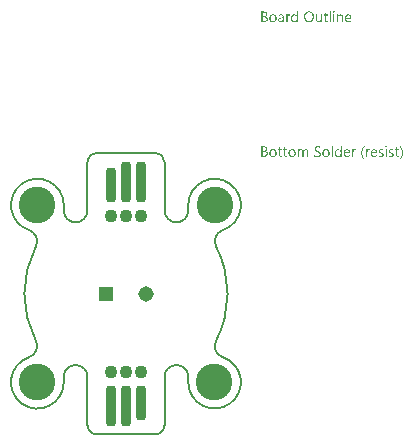
<source format=gbs>
G04*
G04 #@! TF.GenerationSoftware,Altium Limited,Altium Designer,21.8.1 (53)*
G04*
G04 Layer_Color=16711935*
%FSAX25Y25*%
%MOIN*%
G70*
G04*
G04 #@! TF.SameCoordinates,72787834-F71D-4475-B617-EFC6544BAEFD*
G04*
G04*
G04 #@! TF.FilePolarity,Negative*
G04*
G01*
G75*
%ADD13C,0.00787*%
%ADD38C,0.05158*%
%ADD39R,0.05158X0.05158*%
%ADD41C,0.00591*%
%ADD42C,0.12205*%
G04:AMPARAMS|DCode=52|XSize=35.43mil|YSize=135.83mil|CornerRadius=13.82mil|HoleSize=0mil|Usage=FLASHONLY|Rotation=180.000|XOffset=0mil|YOffset=0mil|HoleType=Round|Shape=RoundedRectangle|*
%AMROUNDEDRECTD52*
21,1,0.03543,0.10819,0,0,180.0*
21,1,0.00780,0.13583,0,0,180.0*
1,1,0.02764,-0.00390,0.05409*
1,1,0.02764,0.00390,0.05409*
1,1,0.02764,0.00390,-0.05409*
1,1,0.02764,-0.00390,-0.05409*
%
%ADD52ROUNDEDRECTD52*%
G04:AMPARAMS|DCode=53|XSize=35.43mil|YSize=116.14mil|CornerRadius=13.82mil|HoleSize=0mil|Usage=FLASHONLY|Rotation=180.000|XOffset=0mil|YOffset=0mil|HoleType=Round|Shape=RoundedRectangle|*
%AMROUNDEDRECTD53*
21,1,0.03543,0.08850,0,0,180.0*
21,1,0.00780,0.11614,0,0,180.0*
1,1,0.02764,-0.00390,0.04425*
1,1,0.02764,0.00390,0.04425*
1,1,0.02764,0.00390,-0.04425*
1,1,0.02764,-0.00390,-0.04425*
%
%ADD53ROUNDEDRECTD53*%
%ADD54C,0.04331*%
G36*
X0069322Y0120185D02*
X0069346D01*
X0069402Y0120160D01*
X0069433Y0120142D01*
X0069464Y0120117D01*
X0069470Y0120111D01*
X0069476Y0120105D01*
X0069507Y0120068D01*
X0069532Y0120006D01*
X0069538Y0119969D01*
X0069544Y0119931D01*
Y0119925D01*
Y0119913D01*
X0069538Y0119894D01*
X0069532Y0119870D01*
X0069513Y0119808D01*
X0069489Y0119777D01*
X0069464Y0119746D01*
X0069458D01*
X0069451Y0119733D01*
X0069414Y0119709D01*
X0069359Y0119684D01*
X0069322Y0119678D01*
X0069284Y0119671D01*
X0069266D01*
X0069247Y0119678D01*
X0069222D01*
X0069161Y0119702D01*
X0069130Y0119715D01*
X0069099Y0119740D01*
Y0119746D01*
X0069086Y0119752D01*
X0069074Y0119771D01*
X0069062Y0119789D01*
X0069037Y0119851D01*
X0069031Y0119888D01*
X0069024Y0119931D01*
Y0119938D01*
Y0119950D01*
X0069031Y0119969D01*
X0069037Y0120000D01*
X0069055Y0120055D01*
X0069074Y0120086D01*
X0069099Y0120117D01*
X0069105Y0120123D01*
X0069111Y0120130D01*
X0069148Y0120154D01*
X0069210Y0120179D01*
X0069247Y0120192D01*
X0069303D01*
X0069322Y0120185D01*
D02*
G37*
G36*
X0057332Y0116521D02*
X0056929D01*
Y0116942D01*
X0056917D01*
Y0116936D01*
X0056904Y0116923D01*
X0056886Y0116898D01*
X0056867Y0116867D01*
X0056836Y0116830D01*
X0056799Y0116793D01*
X0056756Y0116750D01*
X0056706Y0116707D01*
X0056651Y0116657D01*
X0056582Y0116614D01*
X0056514Y0116577D01*
X0056434Y0116539D01*
X0056353Y0116508D01*
X0056261Y0116484D01*
X0056162Y0116471D01*
X0056056Y0116465D01*
X0056013D01*
X0055976Y0116471D01*
X0055939Y0116478D01*
X0055889Y0116484D01*
X0055784Y0116508D01*
X0055660Y0116546D01*
X0055536Y0116607D01*
X0055468Y0116645D01*
X0055413Y0116688D01*
X0055351Y0116744D01*
X0055295Y0116799D01*
Y0116806D01*
X0055283Y0116818D01*
X0055270Y0116837D01*
X0055252Y0116861D01*
X0055233Y0116892D01*
X0055208Y0116936D01*
X0055184Y0116985D01*
X0055159Y0117041D01*
X0055128Y0117103D01*
X0055103Y0117171D01*
X0055078Y0117245D01*
X0055060Y0117325D01*
X0055041Y0117412D01*
X0055029Y0117511D01*
X0055023Y0117610D01*
X0055016Y0117716D01*
Y0117722D01*
Y0117740D01*
Y0117777D01*
X0055023Y0117821D01*
X0055029Y0117870D01*
X0055035Y0117932D01*
X0055041Y0118000D01*
X0055054Y0118075D01*
X0055091Y0118235D01*
X0055146Y0118403D01*
X0055184Y0118483D01*
X0055227Y0118563D01*
X0055270Y0118638D01*
X0055326Y0118712D01*
X0055332Y0118718D01*
X0055338Y0118731D01*
X0055357Y0118749D01*
X0055382Y0118774D01*
X0055413Y0118799D01*
X0055456Y0118830D01*
X0055499Y0118867D01*
X0055549Y0118904D01*
X0055673Y0118972D01*
X0055815Y0119034D01*
X0055895Y0119053D01*
X0055982Y0119071D01*
X0056069Y0119083D01*
X0056168Y0119090D01*
X0056217D01*
X0056255Y0119083D01*
X0056292Y0119077D01*
X0056341Y0119071D01*
X0056453Y0119040D01*
X0056576Y0118991D01*
X0056638Y0118960D01*
X0056700Y0118916D01*
X0056762Y0118873D01*
X0056818Y0118817D01*
X0056867Y0118755D01*
X0056917Y0118681D01*
X0056929D01*
Y0120241D01*
X0057332D01*
Y0116521D01*
D02*
G37*
G36*
X0071600Y0119083D02*
X0071674Y0119077D01*
X0071767Y0119059D01*
X0071866Y0119028D01*
X0071971Y0118978D01*
X0072076Y0118910D01*
X0072119Y0118873D01*
X0072163Y0118824D01*
X0072175Y0118811D01*
X0072200Y0118774D01*
X0072231Y0118712D01*
X0072274Y0118625D01*
X0072311Y0118520D01*
X0072348Y0118390D01*
X0072373Y0118235D01*
X0072379Y0118056D01*
Y0116521D01*
X0071977D01*
Y0117951D01*
Y0117957D01*
Y0117988D01*
X0071971Y0118025D01*
Y0118075D01*
X0071959Y0118136D01*
X0071946Y0118204D01*
X0071927Y0118279D01*
X0071903Y0118353D01*
X0071872Y0118427D01*
X0071835Y0118495D01*
X0071785Y0118563D01*
X0071729Y0118625D01*
X0071668Y0118675D01*
X0071587Y0118712D01*
X0071500Y0118743D01*
X0071395Y0118749D01*
X0071383D01*
X0071346Y0118743D01*
X0071290Y0118737D01*
X0071222Y0118718D01*
X0071141Y0118693D01*
X0071055Y0118650D01*
X0070974Y0118595D01*
X0070894Y0118520D01*
X0070888Y0118508D01*
X0070863Y0118483D01*
X0070832Y0118433D01*
X0070795Y0118365D01*
X0070758Y0118285D01*
X0070727Y0118186D01*
X0070702Y0118075D01*
X0070696Y0117951D01*
Y0116521D01*
X0070293D01*
Y0119034D01*
X0070696D01*
Y0118613D01*
X0070708D01*
X0070714Y0118619D01*
X0070720Y0118632D01*
X0070739Y0118656D01*
X0070764Y0118687D01*
X0070789Y0118725D01*
X0070826Y0118762D01*
X0070869Y0118805D01*
X0070919Y0118854D01*
X0070974Y0118898D01*
X0071036Y0118941D01*
X0071104Y0118978D01*
X0071179Y0119015D01*
X0071253Y0119046D01*
X0071339Y0119071D01*
X0071432Y0119083D01*
X0071531Y0119090D01*
X0071569D01*
X0071600Y0119083D01*
D02*
G37*
G36*
X0054602Y0119071D02*
X0054676Y0119065D01*
X0054719Y0119053D01*
X0054750Y0119040D01*
Y0118625D01*
X0054744Y0118632D01*
X0054732Y0118638D01*
X0054707Y0118650D01*
X0054676Y0118669D01*
X0054633Y0118681D01*
X0054577Y0118693D01*
X0054515Y0118700D01*
X0054447Y0118706D01*
X0054435D01*
X0054404Y0118700D01*
X0054354Y0118693D01*
X0054298Y0118675D01*
X0054224Y0118644D01*
X0054156Y0118601D01*
X0054082Y0118539D01*
X0054014Y0118458D01*
X0054008Y0118446D01*
X0053989Y0118415D01*
X0053958Y0118359D01*
X0053927Y0118285D01*
X0053896Y0118192D01*
X0053865Y0118075D01*
X0053847Y0117945D01*
X0053840Y0117796D01*
Y0116521D01*
X0053438D01*
Y0119034D01*
X0053840D01*
Y0118514D01*
X0053853D01*
Y0118520D01*
X0053859Y0118526D01*
X0053871Y0118557D01*
X0053890Y0118607D01*
X0053921Y0118669D01*
X0053952Y0118731D01*
X0054001Y0118799D01*
X0054051Y0118867D01*
X0054113Y0118929D01*
X0054119Y0118935D01*
X0054144Y0118954D01*
X0054181Y0118978D01*
X0054230Y0119003D01*
X0054286Y0119028D01*
X0054354Y0119053D01*
X0054428Y0119071D01*
X0054509Y0119077D01*
X0054565D01*
X0054602Y0119071D01*
D02*
G37*
G36*
X0065341Y0116521D02*
X0064939D01*
Y0116917D01*
X0064927D01*
Y0116911D01*
X0064914Y0116898D01*
X0064902Y0116874D01*
X0064877Y0116849D01*
X0064821Y0116775D01*
X0064735Y0116694D01*
X0064685Y0116651D01*
X0064630Y0116607D01*
X0064568Y0116570D01*
X0064493Y0116533D01*
X0064419Y0116508D01*
X0064339Y0116484D01*
X0064246Y0116471D01*
X0064153Y0116465D01*
X0064116D01*
X0064072Y0116471D01*
X0064011Y0116484D01*
X0063942Y0116496D01*
X0063868Y0116521D01*
X0063788Y0116552D01*
X0063707Y0116601D01*
X0063621Y0116657D01*
X0063540Y0116725D01*
X0063466Y0116812D01*
X0063398Y0116917D01*
X0063336Y0117035D01*
X0063292Y0117177D01*
X0063268Y0117344D01*
X0063255Y0117431D01*
Y0117530D01*
Y0119034D01*
X0063652D01*
Y0117592D01*
Y0117586D01*
Y0117561D01*
X0063658Y0117517D01*
X0063664Y0117468D01*
X0063670Y0117406D01*
X0063683Y0117344D01*
X0063701Y0117270D01*
X0063726Y0117195D01*
X0063763Y0117121D01*
X0063800Y0117053D01*
X0063850Y0116985D01*
X0063911Y0116923D01*
X0063980Y0116874D01*
X0064060Y0116837D01*
X0064159Y0116806D01*
X0064264Y0116799D01*
X0064277D01*
X0064314Y0116806D01*
X0064370Y0116812D01*
X0064431Y0116824D01*
X0064512Y0116855D01*
X0064592Y0116892D01*
X0064673Y0116942D01*
X0064747Y0117016D01*
X0064753Y0117028D01*
X0064778Y0117053D01*
X0064809Y0117103D01*
X0064846Y0117171D01*
X0064877Y0117251D01*
X0064908Y0117350D01*
X0064933Y0117462D01*
X0064939Y0117586D01*
Y0119034D01*
X0065341D01*
Y0116521D01*
D02*
G37*
G36*
X0069476D02*
X0069074D01*
Y0119034D01*
X0069476D01*
Y0116521D01*
D02*
G37*
G36*
X0068257D02*
X0067854D01*
Y0120241D01*
X0068257D01*
Y0116521D01*
D02*
G37*
G36*
X0051878Y0119083D02*
X0051934Y0119077D01*
X0052002Y0119059D01*
X0052076Y0119040D01*
X0052157Y0119009D01*
X0052243Y0118972D01*
X0052324Y0118922D01*
X0052404Y0118861D01*
X0052479Y0118786D01*
X0052547Y0118693D01*
X0052602Y0118588D01*
X0052646Y0118465D01*
X0052671Y0118322D01*
X0052683Y0118155D01*
Y0116521D01*
X0052280D01*
Y0116911D01*
X0052268D01*
Y0116905D01*
X0052256Y0116892D01*
X0052243Y0116867D01*
X0052219Y0116843D01*
X0052157Y0116768D01*
X0052076Y0116688D01*
X0051965Y0116607D01*
X0051835Y0116533D01*
X0051754Y0116508D01*
X0051674Y0116484D01*
X0051587Y0116471D01*
X0051494Y0116465D01*
X0051457D01*
X0051432Y0116471D01*
X0051364Y0116478D01*
X0051284Y0116490D01*
X0051185Y0116515D01*
X0051092Y0116546D01*
X0050993Y0116595D01*
X0050906Y0116657D01*
X0050900Y0116669D01*
X0050875Y0116694D01*
X0050838Y0116737D01*
X0050801Y0116799D01*
X0050764Y0116874D01*
X0050727Y0116960D01*
X0050702Y0117066D01*
X0050696Y0117183D01*
Y0117189D01*
Y0117214D01*
X0050702Y0117251D01*
X0050708Y0117295D01*
X0050721Y0117350D01*
X0050739Y0117412D01*
X0050764Y0117480D01*
X0050801Y0117548D01*
X0050844Y0117623D01*
X0050900Y0117697D01*
X0050968Y0117765D01*
X0051049Y0117827D01*
X0051142Y0117889D01*
X0051253Y0117938D01*
X0051377Y0117975D01*
X0051525Y0118006D01*
X0052280Y0118112D01*
Y0118118D01*
Y0118136D01*
X0052274Y0118174D01*
Y0118211D01*
X0052262Y0118260D01*
X0052256Y0118316D01*
X0052219Y0118433D01*
X0052188Y0118489D01*
X0052157Y0118545D01*
X0052113Y0118601D01*
X0052064Y0118650D01*
X0052002Y0118693D01*
X0051934Y0118725D01*
X0051853Y0118743D01*
X0051761Y0118749D01*
X0051717D01*
X0051686Y0118743D01*
X0051643D01*
X0051600Y0118731D01*
X0051488Y0118712D01*
X0051364Y0118675D01*
X0051228Y0118619D01*
X0051154Y0118582D01*
X0051086Y0118545D01*
X0051012Y0118495D01*
X0050943Y0118440D01*
Y0118854D01*
X0050950D01*
X0050962Y0118867D01*
X0050981Y0118879D01*
X0051012Y0118892D01*
X0051042Y0118910D01*
X0051086Y0118929D01*
X0051135Y0118947D01*
X0051191Y0118972D01*
X0051315Y0119015D01*
X0051463Y0119053D01*
X0051624Y0119077D01*
X0051798Y0119090D01*
X0051835D01*
X0051878Y0119083D01*
D02*
G37*
G36*
X0046189Y0120030D02*
X0046233D01*
X0046276Y0120024D01*
X0046375Y0120012D01*
X0046493Y0119981D01*
X0046617Y0119944D01*
X0046734Y0119888D01*
X0046839Y0119814D01*
X0046846D01*
X0046852Y0119801D01*
X0046883Y0119777D01*
X0046926Y0119727D01*
X0046976Y0119659D01*
X0047019Y0119572D01*
X0047062Y0119473D01*
X0047093Y0119362D01*
X0047106Y0119300D01*
Y0119232D01*
Y0119226D01*
Y0119220D01*
Y0119183D01*
X0047100Y0119127D01*
X0047087Y0119059D01*
X0047069Y0118972D01*
X0047038Y0118885D01*
X0047000Y0118799D01*
X0046945Y0118712D01*
X0046938Y0118700D01*
X0046914Y0118675D01*
X0046877Y0118638D01*
X0046827Y0118588D01*
X0046765Y0118539D01*
X0046691Y0118483D01*
X0046598Y0118440D01*
X0046499Y0118396D01*
Y0118390D01*
X0046518D01*
X0046536Y0118384D01*
X0046555Y0118378D01*
X0046623Y0118365D01*
X0046703Y0118341D01*
X0046790Y0118304D01*
X0046883Y0118260D01*
X0046976Y0118198D01*
X0047062Y0118118D01*
X0047075Y0118105D01*
X0047100Y0118075D01*
X0047130Y0118031D01*
X0047174Y0117963D01*
X0047211Y0117876D01*
X0047248Y0117777D01*
X0047273Y0117660D01*
X0047279Y0117530D01*
Y0117524D01*
Y0117511D01*
Y0117486D01*
X0047273Y0117455D01*
X0047267Y0117418D01*
X0047260Y0117375D01*
X0047236Y0117270D01*
X0047199Y0117152D01*
X0047143Y0117028D01*
X0047106Y0116973D01*
X0047062Y0116911D01*
X0047007Y0116855D01*
X0046951Y0116799D01*
X0046945D01*
X0046938Y0116787D01*
X0046920Y0116775D01*
X0046895Y0116756D01*
X0046864Y0116737D01*
X0046821Y0116713D01*
X0046728Y0116663D01*
X0046610Y0116607D01*
X0046474Y0116564D01*
X0046313Y0116533D01*
X0046233Y0116527D01*
X0046140Y0116521D01*
X0045112D01*
Y0120037D01*
X0046159D01*
X0046189Y0120030D01*
D02*
G37*
G36*
X0066685Y0119034D02*
X0067322D01*
Y0118687D01*
X0066685D01*
Y0117270D01*
Y0117257D01*
Y0117227D01*
X0066691Y0117183D01*
X0066697Y0117127D01*
X0066722Y0117010D01*
X0066740Y0116954D01*
X0066771Y0116911D01*
X0066777Y0116905D01*
X0066790Y0116892D01*
X0066808Y0116880D01*
X0066839Y0116861D01*
X0066877Y0116837D01*
X0066926Y0116824D01*
X0066988Y0116812D01*
X0067056Y0116806D01*
X0067081D01*
X0067112Y0116812D01*
X0067149Y0116818D01*
X0067235Y0116843D01*
X0067279Y0116861D01*
X0067322Y0116886D01*
Y0116539D01*
X0067316D01*
X0067297Y0116527D01*
X0067266Y0116521D01*
X0067223Y0116508D01*
X0067167Y0116496D01*
X0067106Y0116484D01*
X0067031Y0116478D01*
X0066945Y0116471D01*
X0066914D01*
X0066883Y0116478D01*
X0066839Y0116484D01*
X0066790Y0116496D01*
X0066734Y0116508D01*
X0066678Y0116533D01*
X0066616Y0116564D01*
X0066555Y0116601D01*
X0066493Y0116651D01*
X0066437Y0116707D01*
X0066387Y0116781D01*
X0066344Y0116861D01*
X0066313Y0116960D01*
X0066289Y0117072D01*
X0066282Y0117202D01*
Y0118687D01*
X0065855D01*
Y0119034D01*
X0066282D01*
Y0119647D01*
X0066685Y0119777D01*
Y0119034D01*
D02*
G37*
G36*
X0074212Y0119083D02*
X0074255Y0119077D01*
X0074298Y0119071D01*
X0074410Y0119053D01*
X0074533Y0119009D01*
X0074657Y0118954D01*
X0074719Y0118916D01*
X0074781Y0118873D01*
X0074837Y0118824D01*
X0074893Y0118768D01*
X0074899Y0118762D01*
X0074905Y0118755D01*
X0074917Y0118737D01*
X0074936Y0118712D01*
X0074954Y0118675D01*
X0074979Y0118638D01*
X0075004Y0118595D01*
X0075029Y0118539D01*
X0075054Y0118477D01*
X0075078Y0118415D01*
X0075103Y0118341D01*
X0075122Y0118260D01*
X0075140Y0118174D01*
X0075152Y0118087D01*
X0075165Y0117988D01*
Y0117883D01*
Y0117672D01*
X0073388D01*
Y0117666D01*
Y0117654D01*
Y0117635D01*
X0073395Y0117604D01*
X0073401Y0117567D01*
Y0117530D01*
X0073419Y0117431D01*
X0073450Y0117332D01*
X0073487Y0117220D01*
X0073543Y0117115D01*
X0073611Y0117022D01*
X0073624Y0117010D01*
X0073648Y0116985D01*
X0073698Y0116954D01*
X0073766Y0116911D01*
X0073853Y0116867D01*
X0073952Y0116837D01*
X0074069Y0116812D01*
X0074205Y0116799D01*
X0074249D01*
X0074280Y0116806D01*
X0074317D01*
X0074360Y0116812D01*
X0074465Y0116837D01*
X0074583Y0116867D01*
X0074713Y0116917D01*
X0074849Y0116985D01*
X0074917Y0117028D01*
X0074985Y0117078D01*
Y0116700D01*
X0074979D01*
X0074973Y0116688D01*
X0074954Y0116682D01*
X0074923Y0116663D01*
X0074893Y0116645D01*
X0074855Y0116626D01*
X0074806Y0116607D01*
X0074756Y0116583D01*
X0074695Y0116558D01*
X0074626Y0116539D01*
X0074478Y0116502D01*
X0074304Y0116478D01*
X0074113Y0116465D01*
X0074063D01*
X0074026Y0116471D01*
X0073983Y0116478D01*
X0073927Y0116484D01*
X0073809Y0116508D01*
X0073673Y0116546D01*
X0073537Y0116607D01*
X0073469Y0116651D01*
X0073401Y0116694D01*
X0073339Y0116744D01*
X0073277Y0116806D01*
X0073271Y0116812D01*
X0073265Y0116824D01*
X0073252Y0116843D01*
X0073227Y0116867D01*
X0073209Y0116905D01*
X0073184Y0116948D01*
X0073153Y0116997D01*
X0073128Y0117053D01*
X0073097Y0117115D01*
X0073073Y0117189D01*
X0073042Y0117270D01*
X0073023Y0117357D01*
X0073005Y0117449D01*
X0072986Y0117548D01*
X0072980Y0117654D01*
X0072974Y0117765D01*
Y0117771D01*
Y0117790D01*
Y0117821D01*
X0072980Y0117864D01*
X0072986Y0117914D01*
X0072992Y0117969D01*
X0072998Y0118037D01*
X0073017Y0118105D01*
X0073054Y0118254D01*
X0073110Y0118415D01*
X0073147Y0118495D01*
X0073197Y0118570D01*
X0073246Y0118650D01*
X0073302Y0118718D01*
X0073308Y0118725D01*
X0073320Y0118737D01*
X0073339Y0118755D01*
X0073364Y0118774D01*
X0073395Y0118805D01*
X0073432Y0118836D01*
X0073481Y0118867D01*
X0073531Y0118904D01*
X0073648Y0118972D01*
X0073791Y0119034D01*
X0073871Y0119053D01*
X0073952Y0119071D01*
X0074038Y0119083D01*
X0074131Y0119090D01*
X0074181D01*
X0074212Y0119083D01*
D02*
G37*
G36*
X0061169Y0120092D02*
X0061231Y0120086D01*
X0061305Y0120074D01*
X0061386Y0120055D01*
X0061473Y0120037D01*
X0061559Y0120012D01*
X0061658Y0119981D01*
X0061751Y0119938D01*
X0061850Y0119888D01*
X0061949Y0119833D01*
X0062042Y0119764D01*
X0062135Y0119690D01*
X0062222Y0119603D01*
X0062228Y0119597D01*
X0062240Y0119579D01*
X0062265Y0119554D01*
X0062290Y0119517D01*
X0062327Y0119467D01*
X0062364Y0119405D01*
X0062401Y0119337D01*
X0062445Y0119263D01*
X0062488Y0119170D01*
X0062525Y0119077D01*
X0062562Y0118972D01*
X0062599Y0118854D01*
X0062624Y0118737D01*
X0062649Y0118607D01*
X0062661Y0118465D01*
X0062667Y0118322D01*
Y0118310D01*
Y0118285D01*
Y0118242D01*
X0062661Y0118180D01*
X0062655Y0118105D01*
X0062643Y0118025D01*
X0062630Y0117932D01*
X0062612Y0117827D01*
X0062587Y0117722D01*
X0062556Y0117610D01*
X0062519Y0117499D01*
X0062475Y0117387D01*
X0062420Y0117270D01*
X0062358Y0117165D01*
X0062290Y0117059D01*
X0062209Y0116960D01*
X0062203Y0116954D01*
X0062191Y0116942D01*
X0062160Y0116917D01*
X0062129Y0116886D01*
X0062079Y0116843D01*
X0062024Y0116806D01*
X0061962Y0116756D01*
X0061887Y0116713D01*
X0061807Y0116669D01*
X0061714Y0116620D01*
X0061615Y0116583D01*
X0061504Y0116546D01*
X0061386Y0116508D01*
X0061262Y0116484D01*
X0061132Y0116471D01*
X0060990Y0116465D01*
X0060959D01*
X0060915Y0116471D01*
X0060866D01*
X0060804Y0116478D01*
X0060730Y0116490D01*
X0060649Y0116508D01*
X0060557Y0116527D01*
X0060464Y0116552D01*
X0060365Y0116583D01*
X0060266Y0116626D01*
X0060167Y0116669D01*
X0060067Y0116725D01*
X0059969Y0116793D01*
X0059876Y0116867D01*
X0059789Y0116954D01*
X0059783Y0116960D01*
X0059770Y0116979D01*
X0059746Y0117004D01*
X0059721Y0117041D01*
X0059684Y0117090D01*
X0059647Y0117152D01*
X0059609Y0117220D01*
X0059566Y0117301D01*
X0059523Y0117387D01*
X0059486Y0117480D01*
X0059448Y0117586D01*
X0059411Y0117703D01*
X0059387Y0117821D01*
X0059362Y0117951D01*
X0059350Y0118093D01*
X0059343Y0118235D01*
Y0118248D01*
Y0118273D01*
X0059350Y0118316D01*
Y0118378D01*
X0059356Y0118446D01*
X0059368Y0118533D01*
X0059380Y0118625D01*
X0059399Y0118725D01*
X0059424Y0118830D01*
X0059455Y0118941D01*
X0059492Y0119053D01*
X0059535Y0119164D01*
X0059591Y0119275D01*
X0059653Y0119387D01*
X0059721Y0119492D01*
X0059801Y0119591D01*
X0059807Y0119597D01*
X0059820Y0119616D01*
X0059851Y0119641D01*
X0059888Y0119671D01*
X0059931Y0119709D01*
X0059987Y0119752D01*
X0060055Y0119795D01*
X0060129Y0119845D01*
X0060216Y0119894D01*
X0060309Y0119938D01*
X0060408Y0119981D01*
X0060519Y0120018D01*
X0060643Y0120049D01*
X0060773Y0120080D01*
X0060909Y0120092D01*
X0061052Y0120099D01*
X0061120D01*
X0061169Y0120092D01*
D02*
G37*
G36*
X0049142Y0119083D02*
X0049185Y0119077D01*
X0049241Y0119071D01*
X0049365Y0119046D01*
X0049507Y0119003D01*
X0049650Y0118941D01*
X0049724Y0118904D01*
X0049792Y0118861D01*
X0049860Y0118805D01*
X0049922Y0118743D01*
X0049928Y0118737D01*
X0049935Y0118725D01*
X0049953Y0118706D01*
X0049972Y0118681D01*
X0049996Y0118644D01*
X0050021Y0118601D01*
X0050052Y0118551D01*
X0050083Y0118495D01*
X0050108Y0118427D01*
X0050139Y0118359D01*
X0050164Y0118279D01*
X0050188Y0118192D01*
X0050207Y0118099D01*
X0050225Y0118000D01*
X0050232Y0117895D01*
X0050238Y0117784D01*
Y0117777D01*
Y0117759D01*
Y0117728D01*
X0050232Y0117684D01*
X0050225Y0117635D01*
X0050219Y0117573D01*
X0050207Y0117511D01*
X0050195Y0117437D01*
X0050157Y0117288D01*
X0050095Y0117127D01*
X0050058Y0117047D01*
X0050009Y0116966D01*
X0049959Y0116892D01*
X0049897Y0116824D01*
X0049891Y0116818D01*
X0049879Y0116812D01*
X0049860Y0116793D01*
X0049835Y0116768D01*
X0049798Y0116744D01*
X0049761Y0116713D01*
X0049712Y0116676D01*
X0049656Y0116645D01*
X0049594Y0116614D01*
X0049526Y0116577D01*
X0049452Y0116546D01*
X0049371Y0116521D01*
X0049284Y0116496D01*
X0049192Y0116484D01*
X0049093Y0116471D01*
X0048987Y0116465D01*
X0048932D01*
X0048895Y0116471D01*
X0048851Y0116478D01*
X0048796Y0116484D01*
X0048734Y0116496D01*
X0048665Y0116508D01*
X0048523Y0116552D01*
X0048375Y0116614D01*
X0048300Y0116651D01*
X0048232Y0116700D01*
X0048164Y0116750D01*
X0048096Y0116812D01*
X0048090Y0116818D01*
X0048084Y0116830D01*
X0048065Y0116849D01*
X0048046Y0116874D01*
X0048022Y0116911D01*
X0047991Y0116954D01*
X0047960Y0117004D01*
X0047935Y0117059D01*
X0047904Y0117127D01*
X0047873Y0117195D01*
X0047842Y0117270D01*
X0047818Y0117357D01*
X0047780Y0117542D01*
X0047774Y0117641D01*
X0047768Y0117746D01*
Y0117753D01*
Y0117777D01*
Y0117808D01*
X0047774Y0117852D01*
X0047780Y0117901D01*
X0047787Y0117963D01*
X0047799Y0118031D01*
X0047811Y0118105D01*
X0047848Y0118266D01*
X0047910Y0118427D01*
X0047954Y0118508D01*
X0047997Y0118588D01*
X0048046Y0118663D01*
X0048108Y0118731D01*
X0048115Y0118737D01*
X0048127Y0118749D01*
X0048146Y0118762D01*
X0048170Y0118786D01*
X0048208Y0118811D01*
X0048251Y0118842D01*
X0048300Y0118879D01*
X0048356Y0118910D01*
X0048418Y0118941D01*
X0048492Y0118978D01*
X0048566Y0119009D01*
X0048653Y0119034D01*
X0048740Y0119059D01*
X0048839Y0119077D01*
X0048944Y0119083D01*
X0049049Y0119090D01*
X0049105D01*
X0049142Y0119083D01*
D02*
G37*
G36*
X0086753Y0075259D02*
X0086777D01*
X0086833Y0075234D01*
X0086864Y0075216D01*
X0086895Y0075191D01*
X0086901Y0075185D01*
X0086907Y0075178D01*
X0086938Y0075141D01*
X0086963Y0075079D01*
X0086969Y0075042D01*
X0086975Y0075005D01*
Y0074999D01*
Y0074986D01*
X0086969Y0074968D01*
X0086963Y0074943D01*
X0086945Y0074881D01*
X0086920Y0074850D01*
X0086895Y0074819D01*
X0086889D01*
X0086883Y0074807D01*
X0086845Y0074782D01*
X0086790Y0074757D01*
X0086753Y0074751D01*
X0086715Y0074745D01*
X0086697D01*
X0086678Y0074751D01*
X0086654D01*
X0086592Y0074776D01*
X0086561Y0074788D01*
X0086530Y0074813D01*
Y0074819D01*
X0086517Y0074826D01*
X0086505Y0074844D01*
X0086493Y0074863D01*
X0086468Y0074924D01*
X0086462Y0074962D01*
X0086456Y0075005D01*
Y0075011D01*
Y0075024D01*
X0086462Y0075042D01*
X0086468Y0075073D01*
X0086486Y0075129D01*
X0086505Y0075160D01*
X0086530Y0075191D01*
X0086536Y0075197D01*
X0086542Y0075203D01*
X0086579Y0075228D01*
X0086641Y0075253D01*
X0086678Y0075265D01*
X0086734D01*
X0086753Y0075259D01*
D02*
G37*
G36*
X0064184Y0075166D02*
X0064233D01*
X0064345Y0075154D01*
X0064469Y0075141D01*
X0064592Y0075116D01*
X0064710Y0075086D01*
X0064759Y0075067D01*
X0064809Y0075042D01*
Y0074578D01*
X0064803D01*
X0064797Y0074590D01*
X0064778Y0074597D01*
X0064753Y0074615D01*
X0064722Y0074627D01*
X0064685Y0074646D01*
X0064592Y0074689D01*
X0064481Y0074726D01*
X0064345Y0074764D01*
X0064184Y0074788D01*
X0064011Y0074795D01*
X0063961D01*
X0063924Y0074788D01*
X0063887D01*
X0063837Y0074782D01*
X0063738Y0074764D01*
X0063732D01*
X0063713Y0074757D01*
X0063689Y0074751D01*
X0063658Y0074745D01*
X0063583Y0074714D01*
X0063497Y0074677D01*
X0063491D01*
X0063478Y0074664D01*
X0063460Y0074652D01*
X0063435Y0074634D01*
X0063379Y0074578D01*
X0063323Y0074510D01*
Y0074504D01*
X0063311Y0074491D01*
X0063305Y0074473D01*
X0063292Y0074442D01*
X0063280Y0074405D01*
X0063274Y0074367D01*
X0063261Y0074268D01*
Y0074262D01*
Y0074244D01*
Y0074219D01*
X0063268Y0074188D01*
X0063280Y0074114D01*
X0063311Y0074033D01*
Y0074027D01*
X0063323Y0074015D01*
X0063330Y0073996D01*
X0063348Y0073971D01*
X0063398Y0073916D01*
X0063460Y0073854D01*
X0063466Y0073848D01*
X0063478Y0073841D01*
X0063497Y0073823D01*
X0063528Y0073804D01*
X0063565Y0073779D01*
X0063602Y0073755D01*
X0063701Y0073693D01*
X0063707Y0073686D01*
X0063726Y0073680D01*
X0063757Y0073662D01*
X0063794Y0073643D01*
X0063843Y0073618D01*
X0063899Y0073594D01*
X0064023Y0073532D01*
X0064029Y0073526D01*
X0064054Y0073513D01*
X0064091Y0073495D01*
X0064140Y0073470D01*
X0064196Y0073445D01*
X0064258Y0073408D01*
X0064382Y0073334D01*
X0064388Y0073327D01*
X0064413Y0073315D01*
X0064444Y0073297D01*
X0064487Y0073266D01*
X0064580Y0073191D01*
X0064679Y0073105D01*
X0064685Y0073098D01*
X0064704Y0073086D01*
X0064722Y0073055D01*
X0064753Y0073024D01*
X0064784Y0072981D01*
X0064821Y0072938D01*
X0064883Y0072826D01*
X0064890Y0072820D01*
X0064896Y0072801D01*
X0064908Y0072770D01*
X0064921Y0072727D01*
X0064933Y0072678D01*
X0064945Y0072616D01*
X0064958Y0072554D01*
Y0072479D01*
Y0072467D01*
Y0072436D01*
X0064951Y0072387D01*
X0064945Y0072325D01*
X0064933Y0072257D01*
X0064914Y0072182D01*
X0064890Y0072108D01*
X0064852Y0072040D01*
X0064846Y0072034D01*
X0064834Y0072009D01*
X0064809Y0071978D01*
X0064784Y0071935D01*
X0064741Y0071891D01*
X0064698Y0071842D01*
X0064642Y0071792D01*
X0064580Y0071743D01*
X0064574Y0071737D01*
X0064549Y0071724D01*
X0064512Y0071706D01*
X0064462Y0071681D01*
X0064407Y0071656D01*
X0064339Y0071631D01*
X0064258Y0071607D01*
X0064178Y0071588D01*
X0064165D01*
X0064140Y0071582D01*
X0064097Y0071576D01*
X0064035Y0071563D01*
X0063967Y0071557D01*
X0063887Y0071545D01*
X0063800Y0071539D01*
X0063652D01*
X0063583Y0071545D01*
X0063497Y0071551D01*
X0063478D01*
X0063453Y0071557D01*
X0063423Y0071563D01*
X0063342Y0071570D01*
X0063249Y0071588D01*
X0063243D01*
X0063224Y0071594D01*
X0063200Y0071601D01*
X0063169Y0071607D01*
X0063094Y0071625D01*
X0063008Y0071650D01*
X0063002D01*
X0062989Y0071656D01*
X0062971Y0071662D01*
X0062946Y0071675D01*
X0062884Y0071700D01*
X0062822Y0071737D01*
Y0072220D01*
X0062828Y0072213D01*
X0062841Y0072207D01*
X0062853Y0072195D01*
X0062878Y0072176D01*
X0062946Y0072133D01*
X0063026Y0072083D01*
X0063033D01*
X0063045Y0072077D01*
X0063070Y0072065D01*
X0063101Y0072052D01*
X0063181Y0072015D01*
X0063268Y0071984D01*
X0063274D01*
X0063292Y0071978D01*
X0063317Y0071972D01*
X0063348Y0071966D01*
X0063435Y0071941D01*
X0063528Y0071922D01*
X0063552D01*
X0063577Y0071916D01*
X0063608D01*
X0063683Y0071910D01*
X0063769Y0071904D01*
X0063831D01*
X0063899Y0071910D01*
X0063986Y0071922D01*
X0064079Y0071935D01*
X0064171Y0071960D01*
X0064258Y0071997D01*
X0064339Y0072040D01*
X0064345Y0072046D01*
X0064370Y0072065D01*
X0064401Y0072102D01*
X0064431Y0072145D01*
X0064469Y0072201D01*
X0064493Y0072275D01*
X0064518Y0072356D01*
X0064524Y0072448D01*
Y0072455D01*
Y0072473D01*
Y0072498D01*
X0064518Y0072535D01*
X0064499Y0072616D01*
X0064462Y0072696D01*
Y0072702D01*
X0064450Y0072715D01*
X0064438Y0072733D01*
X0064419Y0072758D01*
X0064363Y0072820D01*
X0064289Y0072888D01*
X0064283Y0072894D01*
X0064271Y0072907D01*
X0064246Y0072919D01*
X0064215Y0072944D01*
X0064178Y0072969D01*
X0064134Y0072999D01*
X0064029Y0073055D01*
X0064023Y0073061D01*
X0064004Y0073067D01*
X0063973Y0073086D01*
X0063930Y0073105D01*
X0063887Y0073136D01*
X0063831Y0073160D01*
X0063701Y0073229D01*
X0063695Y0073235D01*
X0063670Y0073247D01*
X0063633Y0073266D01*
X0063590Y0073284D01*
X0063540Y0073315D01*
X0063484Y0073346D01*
X0063361Y0073414D01*
X0063354Y0073420D01*
X0063336Y0073433D01*
X0063305Y0073451D01*
X0063268Y0073476D01*
X0063175Y0073544D01*
X0063082Y0073625D01*
X0063076Y0073631D01*
X0063064Y0073643D01*
X0063039Y0073668D01*
X0063014Y0073699D01*
X0062983Y0073742D01*
X0062952Y0073786D01*
X0062896Y0073885D01*
Y0073891D01*
X0062884Y0073909D01*
X0062878Y0073940D01*
X0062865Y0073984D01*
X0062853Y0074033D01*
X0062841Y0074095D01*
X0062834Y0074157D01*
X0062828Y0074231D01*
Y0074244D01*
Y0074275D01*
X0062834Y0074318D01*
X0062841Y0074374D01*
X0062853Y0074442D01*
X0062872Y0074510D01*
X0062896Y0074578D01*
X0062933Y0074646D01*
X0062940Y0074652D01*
X0062952Y0074677D01*
X0062977Y0074708D01*
X0063008Y0074751D01*
X0063045Y0074795D01*
X0063094Y0074844D01*
X0063150Y0074894D01*
X0063212Y0074937D01*
X0063218Y0074943D01*
X0063243Y0074955D01*
X0063280Y0074980D01*
X0063323Y0075005D01*
X0063385Y0075030D01*
X0063447Y0075061D01*
X0063521Y0075086D01*
X0063602Y0075110D01*
X0063614D01*
X0063639Y0075123D01*
X0063683Y0075129D01*
X0063744Y0075141D01*
X0063813Y0075154D01*
X0063887Y0075160D01*
X0064054Y0075172D01*
X0064140D01*
X0064184Y0075166D01*
D02*
G37*
G36*
X0071915Y0071594D02*
X0071513D01*
Y0072015D01*
X0071500D01*
Y0072009D01*
X0071488Y0071997D01*
X0071469Y0071972D01*
X0071451Y0071941D01*
X0071420Y0071904D01*
X0071383Y0071867D01*
X0071339Y0071823D01*
X0071290Y0071780D01*
X0071234Y0071731D01*
X0071166Y0071687D01*
X0071098Y0071650D01*
X0071018Y0071613D01*
X0070937Y0071582D01*
X0070844Y0071557D01*
X0070745Y0071545D01*
X0070640Y0071539D01*
X0070597D01*
X0070560Y0071545D01*
X0070522Y0071551D01*
X0070473Y0071557D01*
X0070368Y0071582D01*
X0070244Y0071619D01*
X0070120Y0071681D01*
X0070052Y0071718D01*
X0069996Y0071761D01*
X0069934Y0071817D01*
X0069879Y0071873D01*
Y0071879D01*
X0069866Y0071891D01*
X0069854Y0071910D01*
X0069835Y0071935D01*
X0069817Y0071966D01*
X0069792Y0072009D01*
X0069767Y0072059D01*
X0069743Y0072114D01*
X0069712Y0072176D01*
X0069687Y0072244D01*
X0069662Y0072319D01*
X0069643Y0072399D01*
X0069625Y0072486D01*
X0069612Y0072585D01*
X0069606Y0072684D01*
X0069600Y0072789D01*
Y0072795D01*
Y0072814D01*
Y0072851D01*
X0069606Y0072894D01*
X0069612Y0072944D01*
X0069619Y0073006D01*
X0069625Y0073074D01*
X0069637Y0073148D01*
X0069674Y0073309D01*
X0069730Y0073476D01*
X0069767Y0073557D01*
X0069811Y0073637D01*
X0069854Y0073711D01*
X0069910Y0073786D01*
X0069916Y0073792D01*
X0069922Y0073804D01*
X0069941Y0073823D01*
X0069965Y0073848D01*
X0069996Y0073872D01*
X0070040Y0073903D01*
X0070083Y0073940D01*
X0070132Y0073978D01*
X0070256Y0074046D01*
X0070399Y0074107D01*
X0070479Y0074126D01*
X0070566Y0074145D01*
X0070652Y0074157D01*
X0070751Y0074163D01*
X0070801D01*
X0070838Y0074157D01*
X0070875Y0074151D01*
X0070925Y0074145D01*
X0071036Y0074114D01*
X0071160Y0074064D01*
X0071222Y0074033D01*
X0071284Y0073990D01*
X0071346Y0073946D01*
X0071401Y0073891D01*
X0071451Y0073829D01*
X0071500Y0073755D01*
X0071513D01*
Y0075314D01*
X0071915D01*
Y0071594D01*
D02*
G37*
G36*
X0088659Y0074157D02*
X0088740Y0074151D01*
X0088826Y0074138D01*
X0088925Y0074114D01*
X0089024Y0074089D01*
X0089123Y0074052D01*
Y0073643D01*
X0089111Y0073649D01*
X0089074Y0073674D01*
X0089018Y0073699D01*
X0088944Y0073736D01*
X0088851Y0073767D01*
X0088740Y0073798D01*
X0088616Y0073817D01*
X0088486Y0073823D01*
X0088418D01*
X0088356Y0073810D01*
X0088282Y0073798D01*
X0088275D01*
X0088269Y0073792D01*
X0088232Y0073779D01*
X0088182Y0073755D01*
X0088127Y0073724D01*
X0088114Y0073717D01*
X0088090Y0073693D01*
X0088059Y0073656D01*
X0088028Y0073612D01*
X0088021Y0073600D01*
X0088009Y0073569D01*
X0087997Y0073526D01*
X0087991Y0073470D01*
Y0073464D01*
Y0073451D01*
Y0073433D01*
X0087997Y0073414D01*
X0088009Y0073359D01*
X0088028Y0073303D01*
X0088034Y0073290D01*
X0088052Y0073266D01*
X0088090Y0073229D01*
X0088133Y0073185D01*
X0088139D01*
X0088145Y0073179D01*
X0088182Y0073154D01*
X0088232Y0073123D01*
X0088300Y0073092D01*
X0088306D01*
X0088319Y0073086D01*
X0088337Y0073080D01*
X0088368Y0073067D01*
X0088436Y0073043D01*
X0088523Y0073006D01*
X0088529D01*
X0088554Y0072993D01*
X0088585Y0072981D01*
X0088622Y0072969D01*
X0088721Y0072925D01*
X0088820Y0072876D01*
X0088826D01*
X0088845Y0072863D01*
X0088870Y0072851D01*
X0088901Y0072832D01*
X0088975Y0072783D01*
X0089049Y0072721D01*
X0089055Y0072715D01*
X0089068Y0072708D01*
X0089080Y0072690D01*
X0089105Y0072665D01*
X0089148Y0072603D01*
X0089191Y0072523D01*
Y0072517D01*
X0089198Y0072504D01*
X0089210Y0072479D01*
X0089216Y0072448D01*
X0089229Y0072411D01*
X0089235Y0072368D01*
X0089241Y0072263D01*
Y0072257D01*
Y0072232D01*
X0089235Y0072195D01*
X0089229Y0072151D01*
X0089222Y0072102D01*
X0089204Y0072046D01*
X0089185Y0071997D01*
X0089154Y0071941D01*
X0089148Y0071935D01*
X0089142Y0071916D01*
X0089123Y0071891D01*
X0089099Y0071860D01*
X0089068Y0071823D01*
X0089030Y0071786D01*
X0088938Y0071712D01*
X0088932Y0071706D01*
X0088913Y0071700D01*
X0088888Y0071681D01*
X0088845Y0071662D01*
X0088801Y0071638D01*
X0088746Y0071619D01*
X0088690Y0071601D01*
X0088622Y0071582D01*
X0088616D01*
X0088591Y0071576D01*
X0088554Y0071570D01*
X0088511Y0071563D01*
X0088449Y0071551D01*
X0088387Y0071545D01*
X0088244Y0071539D01*
X0088182D01*
X0088108Y0071545D01*
X0088015Y0071557D01*
X0087910Y0071576D01*
X0087799Y0071601D01*
X0087687Y0071631D01*
X0087576Y0071681D01*
Y0072114D01*
X0087582D01*
X0087588Y0072102D01*
X0087607Y0072089D01*
X0087632Y0072077D01*
X0087700Y0072040D01*
X0087792Y0071997D01*
X0087898Y0071947D01*
X0088021Y0071910D01*
X0088158Y0071885D01*
X0088300Y0071873D01*
X0088350D01*
X0088381Y0071879D01*
X0088467Y0071891D01*
X0088566Y0071916D01*
X0088659Y0071960D01*
X0088702Y0071991D01*
X0088746Y0072021D01*
X0088777Y0072065D01*
X0088801Y0072108D01*
X0088820Y0072164D01*
X0088826Y0072226D01*
Y0072232D01*
Y0072244D01*
Y0072263D01*
X0088820Y0072281D01*
X0088808Y0072337D01*
X0088783Y0072393D01*
Y0072399D01*
X0088777Y0072405D01*
X0088752Y0072436D01*
X0088715Y0072479D01*
X0088659Y0072517D01*
X0088653D01*
X0088647Y0072529D01*
X0088610Y0072548D01*
X0088554Y0072585D01*
X0088480Y0072616D01*
X0088473D01*
X0088461Y0072622D01*
X0088442Y0072634D01*
X0088411Y0072647D01*
X0088343Y0072671D01*
X0088257Y0072708D01*
X0088251D01*
X0088226Y0072721D01*
X0088195Y0072733D01*
X0088158Y0072746D01*
X0088059Y0072789D01*
X0087960Y0072838D01*
X0087953Y0072845D01*
X0087941Y0072851D01*
X0087916Y0072863D01*
X0087885Y0072882D01*
X0087817Y0072931D01*
X0087749Y0072987D01*
X0087743Y0072993D01*
X0087737Y0072999D01*
X0087718Y0073018D01*
X0087700Y0073043D01*
X0087656Y0073105D01*
X0087619Y0073179D01*
Y0073185D01*
X0087613Y0073198D01*
X0087607Y0073222D01*
X0087601Y0073253D01*
X0087594Y0073290D01*
X0087588Y0073334D01*
X0087582Y0073439D01*
Y0073445D01*
Y0073470D01*
X0087588Y0073501D01*
X0087594Y0073544D01*
X0087601Y0073594D01*
X0087619Y0073643D01*
X0087638Y0073699D01*
X0087663Y0073748D01*
X0087669Y0073755D01*
X0087675Y0073773D01*
X0087694Y0073798D01*
X0087718Y0073829D01*
X0087786Y0073903D01*
X0087873Y0073978D01*
X0087879Y0073984D01*
X0087898Y0073990D01*
X0087923Y0074008D01*
X0087966Y0074027D01*
X0088009Y0074052D01*
X0088059Y0074076D01*
X0088182Y0074114D01*
X0088189D01*
X0088213Y0074120D01*
X0088244Y0074132D01*
X0088294Y0074138D01*
X0088343Y0074151D01*
X0088405Y0074157D01*
X0088542Y0074163D01*
X0088597D01*
X0088659Y0074157D01*
D02*
G37*
G36*
X0085304D02*
X0085385Y0074151D01*
X0085471Y0074138D01*
X0085570Y0074114D01*
X0085669Y0074089D01*
X0085768Y0074052D01*
Y0073643D01*
X0085756Y0073649D01*
X0085719Y0073674D01*
X0085663Y0073699D01*
X0085589Y0073736D01*
X0085496Y0073767D01*
X0085385Y0073798D01*
X0085261Y0073817D01*
X0085131Y0073823D01*
X0085063D01*
X0085001Y0073810D01*
X0084926Y0073798D01*
X0084920D01*
X0084914Y0073792D01*
X0084877Y0073779D01*
X0084828Y0073755D01*
X0084772Y0073724D01*
X0084759Y0073717D01*
X0084735Y0073693D01*
X0084704Y0073656D01*
X0084673Y0073612D01*
X0084667Y0073600D01*
X0084654Y0073569D01*
X0084642Y0073526D01*
X0084636Y0073470D01*
Y0073464D01*
Y0073451D01*
Y0073433D01*
X0084642Y0073414D01*
X0084654Y0073359D01*
X0084673Y0073303D01*
X0084679Y0073290D01*
X0084698Y0073266D01*
X0084735Y0073229D01*
X0084778Y0073185D01*
X0084784D01*
X0084790Y0073179D01*
X0084828Y0073154D01*
X0084877Y0073123D01*
X0084945Y0073092D01*
X0084951D01*
X0084964Y0073086D01*
X0084982Y0073080D01*
X0085013Y0073067D01*
X0085081Y0073043D01*
X0085168Y0073006D01*
X0085174D01*
X0085199Y0072993D01*
X0085230Y0072981D01*
X0085267Y0072969D01*
X0085366Y0072925D01*
X0085465Y0072876D01*
X0085471D01*
X0085490Y0072863D01*
X0085515Y0072851D01*
X0085545Y0072832D01*
X0085620Y0072783D01*
X0085694Y0072721D01*
X0085700Y0072715D01*
X0085713Y0072708D01*
X0085725Y0072690D01*
X0085750Y0072665D01*
X0085793Y0072603D01*
X0085836Y0072523D01*
Y0072517D01*
X0085843Y0072504D01*
X0085855Y0072479D01*
X0085861Y0072448D01*
X0085874Y0072411D01*
X0085880Y0072368D01*
X0085886Y0072263D01*
Y0072257D01*
Y0072232D01*
X0085880Y0072195D01*
X0085874Y0072151D01*
X0085867Y0072102D01*
X0085849Y0072046D01*
X0085830Y0071997D01*
X0085799Y0071941D01*
X0085793Y0071935D01*
X0085787Y0071916D01*
X0085768Y0071891D01*
X0085744Y0071860D01*
X0085713Y0071823D01*
X0085676Y0071786D01*
X0085583Y0071712D01*
X0085576Y0071706D01*
X0085558Y0071700D01*
X0085533Y0071681D01*
X0085490Y0071662D01*
X0085447Y0071638D01*
X0085391Y0071619D01*
X0085335Y0071601D01*
X0085267Y0071582D01*
X0085261D01*
X0085236Y0071576D01*
X0085199Y0071570D01*
X0085156Y0071563D01*
X0085094Y0071551D01*
X0085032Y0071545D01*
X0084889Y0071539D01*
X0084828D01*
X0084753Y0071545D01*
X0084660Y0071557D01*
X0084555Y0071576D01*
X0084444Y0071601D01*
X0084332Y0071631D01*
X0084221Y0071681D01*
Y0072114D01*
X0084227D01*
X0084233Y0072102D01*
X0084252Y0072089D01*
X0084277Y0072077D01*
X0084345Y0072040D01*
X0084438Y0071997D01*
X0084543Y0071947D01*
X0084667Y0071910D01*
X0084803Y0071885D01*
X0084945Y0071873D01*
X0084995D01*
X0085026Y0071879D01*
X0085112Y0071891D01*
X0085211Y0071916D01*
X0085304Y0071960D01*
X0085347Y0071991D01*
X0085391Y0072021D01*
X0085422Y0072065D01*
X0085447Y0072108D01*
X0085465Y0072164D01*
X0085471Y0072226D01*
Y0072232D01*
Y0072244D01*
Y0072263D01*
X0085465Y0072281D01*
X0085453Y0072337D01*
X0085428Y0072393D01*
Y0072399D01*
X0085422Y0072405D01*
X0085397Y0072436D01*
X0085360Y0072479D01*
X0085304Y0072517D01*
X0085298D01*
X0085292Y0072529D01*
X0085255Y0072548D01*
X0085199Y0072585D01*
X0085125Y0072616D01*
X0085118D01*
X0085106Y0072622D01*
X0085088Y0072634D01*
X0085057Y0072647D01*
X0084988Y0072671D01*
X0084902Y0072708D01*
X0084896D01*
X0084871Y0072721D01*
X0084840Y0072733D01*
X0084803Y0072746D01*
X0084704Y0072789D01*
X0084605Y0072838D01*
X0084598Y0072845D01*
X0084586Y0072851D01*
X0084561Y0072863D01*
X0084530Y0072882D01*
X0084462Y0072931D01*
X0084394Y0072987D01*
X0084388Y0072993D01*
X0084382Y0072999D01*
X0084363Y0073018D01*
X0084345Y0073043D01*
X0084301Y0073105D01*
X0084264Y0073179D01*
Y0073185D01*
X0084258Y0073198D01*
X0084252Y0073222D01*
X0084246Y0073253D01*
X0084239Y0073290D01*
X0084233Y0073334D01*
X0084227Y0073439D01*
Y0073445D01*
Y0073470D01*
X0084233Y0073501D01*
X0084239Y0073544D01*
X0084246Y0073594D01*
X0084264Y0073643D01*
X0084283Y0073699D01*
X0084307Y0073748D01*
X0084314Y0073755D01*
X0084320Y0073773D01*
X0084338Y0073798D01*
X0084363Y0073829D01*
X0084431Y0073903D01*
X0084518Y0073978D01*
X0084524Y0073984D01*
X0084543Y0073990D01*
X0084567Y0074008D01*
X0084611Y0074027D01*
X0084654Y0074052D01*
X0084704Y0074076D01*
X0084828Y0074114D01*
X0084834D01*
X0084859Y0074120D01*
X0084889Y0074132D01*
X0084939Y0074138D01*
X0084988Y0074151D01*
X0085050Y0074157D01*
X0085186Y0074163D01*
X0085242D01*
X0085304Y0074157D01*
D02*
G37*
G36*
X0060049D02*
X0060105Y0074145D01*
X0060167Y0074132D01*
X0060235Y0074107D01*
X0060315Y0074076D01*
X0060389Y0074033D01*
X0060470Y0073984D01*
X0060544Y0073916D01*
X0060612Y0073829D01*
X0060674Y0073730D01*
X0060730Y0073618D01*
X0060767Y0073476D01*
X0060798Y0073321D01*
X0060804Y0073142D01*
Y0071594D01*
X0060402D01*
Y0073037D01*
Y0073043D01*
Y0073055D01*
Y0073074D01*
Y0073105D01*
X0060396Y0073179D01*
X0060383Y0073266D01*
X0060371Y0073365D01*
X0060346Y0073464D01*
X0060315Y0073557D01*
X0060272Y0073637D01*
X0060266Y0073643D01*
X0060247Y0073668D01*
X0060216Y0073699D01*
X0060167Y0073730D01*
X0060111Y0073767D01*
X0060036Y0073792D01*
X0059944Y0073817D01*
X0059838Y0073823D01*
X0059826D01*
X0059795Y0073817D01*
X0059746Y0073810D01*
X0059684Y0073792D01*
X0059616Y0073767D01*
X0059541Y0073724D01*
X0059467Y0073668D01*
X0059399Y0073588D01*
X0059393Y0073575D01*
X0059374Y0073544D01*
X0059343Y0073495D01*
X0059312Y0073427D01*
X0059275Y0073346D01*
X0059250Y0073253D01*
X0059226Y0073142D01*
X0059219Y0073024D01*
Y0071594D01*
X0058817D01*
Y0073086D01*
Y0073092D01*
Y0073117D01*
X0058811Y0073154D01*
Y0073204D01*
X0058799Y0073259D01*
X0058786Y0073321D01*
X0058768Y0073383D01*
X0058749Y0073457D01*
X0058718Y0073526D01*
X0058681Y0073588D01*
X0058631Y0073649D01*
X0058576Y0073705D01*
X0058514Y0073755D01*
X0058433Y0073792D01*
X0058347Y0073817D01*
X0058248Y0073823D01*
X0058235D01*
X0058204Y0073817D01*
X0058155Y0073810D01*
X0058093Y0073798D01*
X0058025Y0073767D01*
X0057951Y0073730D01*
X0057876Y0073674D01*
X0057808Y0073600D01*
X0057802Y0073588D01*
X0057783Y0073563D01*
X0057752Y0073513D01*
X0057722Y0073445D01*
X0057691Y0073365D01*
X0057660Y0073266D01*
X0057641Y0073154D01*
X0057635Y0073024D01*
Y0071594D01*
X0057232D01*
Y0074107D01*
X0057635D01*
Y0073705D01*
X0057647D01*
X0057653Y0073711D01*
X0057660Y0073724D01*
X0057678Y0073748D01*
X0057697Y0073779D01*
X0057759Y0073848D01*
X0057845Y0073934D01*
X0057957Y0074021D01*
X0058087Y0074089D01*
X0058167Y0074120D01*
X0058248Y0074145D01*
X0058334Y0074157D01*
X0058427Y0074163D01*
X0058470D01*
X0058520Y0074157D01*
X0058582Y0074145D01*
X0058650Y0074126D01*
X0058724Y0074101D01*
X0058799Y0074070D01*
X0058873Y0074021D01*
X0058879Y0074015D01*
X0058904Y0073996D01*
X0058935Y0073965D01*
X0058978Y0073922D01*
X0059021Y0073866D01*
X0059065Y0073804D01*
X0059108Y0073730D01*
X0059139Y0073643D01*
X0059145Y0073649D01*
X0059151Y0073668D01*
X0059170Y0073693D01*
X0059188Y0073724D01*
X0059219Y0073767D01*
X0059257Y0073810D01*
X0059300Y0073854D01*
X0059350Y0073903D01*
X0059405Y0073953D01*
X0059467Y0073996D01*
X0059535Y0074046D01*
X0059609Y0074083D01*
X0059690Y0074114D01*
X0059777Y0074138D01*
X0059876Y0074157D01*
X0059975Y0074163D01*
X0060012D01*
X0060049Y0074157D01*
D02*
G37*
G36*
X0081157Y0074145D02*
X0081231Y0074138D01*
X0081274Y0074126D01*
X0081305Y0074114D01*
Y0073699D01*
X0081299Y0073705D01*
X0081287Y0073711D01*
X0081262Y0073724D01*
X0081231Y0073742D01*
X0081188Y0073755D01*
X0081132Y0073767D01*
X0081070Y0073773D01*
X0081002Y0073779D01*
X0080990D01*
X0080959Y0073773D01*
X0080909Y0073767D01*
X0080853Y0073748D01*
X0080779Y0073717D01*
X0080711Y0073674D01*
X0080637Y0073612D01*
X0080569Y0073532D01*
X0080563Y0073519D01*
X0080544Y0073488D01*
X0080513Y0073433D01*
X0080482Y0073359D01*
X0080451Y0073266D01*
X0080420Y0073148D01*
X0080402Y0073018D01*
X0080396Y0072869D01*
Y0071594D01*
X0079993D01*
Y0074107D01*
X0080396D01*
Y0073588D01*
X0080408D01*
Y0073594D01*
X0080414Y0073600D01*
X0080426Y0073631D01*
X0080445Y0073680D01*
X0080476Y0073742D01*
X0080507Y0073804D01*
X0080556Y0073872D01*
X0080606Y0073940D01*
X0080668Y0074002D01*
X0080674Y0074008D01*
X0080699Y0074027D01*
X0080736Y0074052D01*
X0080785Y0074076D01*
X0080841Y0074101D01*
X0080909Y0074126D01*
X0080984Y0074145D01*
X0081064Y0074151D01*
X0081120D01*
X0081157Y0074145D01*
D02*
G37*
G36*
X0076521D02*
X0076595Y0074138D01*
X0076638Y0074126D01*
X0076669Y0074114D01*
Y0073699D01*
X0076663Y0073705D01*
X0076651Y0073711D01*
X0076626Y0073724D01*
X0076595Y0073742D01*
X0076552Y0073755D01*
X0076496Y0073767D01*
X0076434Y0073773D01*
X0076366Y0073779D01*
X0076353D01*
X0076322Y0073773D01*
X0076273Y0073767D01*
X0076217Y0073748D01*
X0076143Y0073717D01*
X0076075Y0073674D01*
X0076001Y0073612D01*
X0075933Y0073532D01*
X0075926Y0073519D01*
X0075908Y0073488D01*
X0075877Y0073433D01*
X0075846Y0073359D01*
X0075815Y0073266D01*
X0075784Y0073148D01*
X0075765Y0073018D01*
X0075759Y0072869D01*
Y0071594D01*
X0075357D01*
Y0074107D01*
X0075759D01*
Y0073588D01*
X0075771D01*
Y0073594D01*
X0075778Y0073600D01*
X0075790Y0073631D01*
X0075809Y0073680D01*
X0075840Y0073742D01*
X0075871Y0073804D01*
X0075920Y0073872D01*
X0075970Y0073940D01*
X0076032Y0074002D01*
X0076038Y0074008D01*
X0076063Y0074027D01*
X0076100Y0074052D01*
X0076149Y0074076D01*
X0076205Y0074101D01*
X0076273Y0074126D01*
X0076347Y0074145D01*
X0076428Y0074151D01*
X0076483D01*
X0076521Y0074145D01*
D02*
G37*
G36*
X0086907Y0071594D02*
X0086505D01*
Y0074107D01*
X0086907D01*
Y0071594D01*
D02*
G37*
G36*
X0068950D02*
X0068548D01*
Y0075314D01*
X0068950D01*
Y0071594D01*
D02*
G37*
G36*
X0046189Y0075104D02*
X0046233D01*
X0046276Y0075098D01*
X0046375Y0075086D01*
X0046493Y0075055D01*
X0046617Y0075017D01*
X0046734Y0074962D01*
X0046839Y0074887D01*
X0046846D01*
X0046852Y0074875D01*
X0046883Y0074850D01*
X0046926Y0074801D01*
X0046976Y0074733D01*
X0047019Y0074646D01*
X0047062Y0074547D01*
X0047093Y0074436D01*
X0047106Y0074374D01*
Y0074305D01*
Y0074299D01*
Y0074293D01*
Y0074256D01*
X0047100Y0074200D01*
X0047087Y0074132D01*
X0047069Y0074046D01*
X0047038Y0073959D01*
X0047000Y0073872D01*
X0046945Y0073786D01*
X0046938Y0073773D01*
X0046914Y0073748D01*
X0046877Y0073711D01*
X0046827Y0073662D01*
X0046765Y0073612D01*
X0046691Y0073557D01*
X0046598Y0073513D01*
X0046499Y0073470D01*
Y0073464D01*
X0046518D01*
X0046536Y0073457D01*
X0046555Y0073451D01*
X0046623Y0073439D01*
X0046703Y0073414D01*
X0046790Y0073377D01*
X0046883Y0073334D01*
X0046976Y0073272D01*
X0047062Y0073191D01*
X0047075Y0073179D01*
X0047100Y0073148D01*
X0047130Y0073105D01*
X0047174Y0073037D01*
X0047211Y0072950D01*
X0047248Y0072851D01*
X0047273Y0072733D01*
X0047279Y0072603D01*
Y0072597D01*
Y0072585D01*
Y0072560D01*
X0047273Y0072529D01*
X0047267Y0072492D01*
X0047260Y0072448D01*
X0047236Y0072343D01*
X0047199Y0072226D01*
X0047143Y0072102D01*
X0047106Y0072046D01*
X0047062Y0071984D01*
X0047007Y0071929D01*
X0046951Y0071873D01*
X0046945D01*
X0046938Y0071860D01*
X0046920Y0071848D01*
X0046895Y0071829D01*
X0046864Y0071811D01*
X0046821Y0071786D01*
X0046728Y0071737D01*
X0046610Y0071681D01*
X0046474Y0071638D01*
X0046313Y0071607D01*
X0046233Y0071601D01*
X0046140Y0071594D01*
X0045112D01*
Y0075110D01*
X0046159D01*
X0046189Y0075104D01*
D02*
G37*
G36*
X0090392Y0074107D02*
X0091030D01*
Y0073761D01*
X0090392D01*
Y0072343D01*
Y0072331D01*
Y0072300D01*
X0090399Y0072257D01*
X0090405Y0072201D01*
X0090429Y0072083D01*
X0090448Y0072028D01*
X0090479Y0071984D01*
X0090485Y0071978D01*
X0090497Y0071966D01*
X0090516Y0071953D01*
X0090547Y0071935D01*
X0090584Y0071910D01*
X0090634Y0071898D01*
X0090696Y0071885D01*
X0090764Y0071879D01*
X0090789D01*
X0090819Y0071885D01*
X0090857Y0071891D01*
X0090943Y0071916D01*
X0090987Y0071935D01*
X0091030Y0071960D01*
Y0071613D01*
X0091024D01*
X0091005Y0071601D01*
X0090974Y0071594D01*
X0090931Y0071582D01*
X0090875Y0071570D01*
X0090813Y0071557D01*
X0090739Y0071551D01*
X0090652Y0071545D01*
X0090621D01*
X0090590Y0071551D01*
X0090547Y0071557D01*
X0090497Y0071570D01*
X0090442Y0071582D01*
X0090386Y0071607D01*
X0090324Y0071638D01*
X0090262Y0071675D01*
X0090200Y0071724D01*
X0090145Y0071780D01*
X0090095Y0071854D01*
X0090052Y0071935D01*
X0090021Y0072034D01*
X0089996Y0072145D01*
X0089990Y0072275D01*
Y0073761D01*
X0089563D01*
Y0074107D01*
X0089990D01*
Y0074720D01*
X0090392Y0074850D01*
Y0074107D01*
D02*
G37*
G36*
X0053116D02*
X0053754D01*
Y0073761D01*
X0053116D01*
Y0072343D01*
Y0072331D01*
Y0072300D01*
X0053122Y0072257D01*
X0053128Y0072201D01*
X0053153Y0072083D01*
X0053172Y0072028D01*
X0053203Y0071984D01*
X0053209Y0071978D01*
X0053221Y0071966D01*
X0053240Y0071953D01*
X0053271Y0071935D01*
X0053308Y0071910D01*
X0053357Y0071898D01*
X0053419Y0071885D01*
X0053487Y0071879D01*
X0053512D01*
X0053543Y0071885D01*
X0053580Y0071891D01*
X0053667Y0071916D01*
X0053710Y0071935D01*
X0053754Y0071960D01*
Y0071613D01*
X0053747D01*
X0053729Y0071601D01*
X0053698Y0071594D01*
X0053655Y0071582D01*
X0053599Y0071570D01*
X0053537Y0071557D01*
X0053463Y0071551D01*
X0053376Y0071545D01*
X0053345D01*
X0053314Y0071551D01*
X0053271Y0071557D01*
X0053221Y0071570D01*
X0053166Y0071582D01*
X0053110Y0071607D01*
X0053048Y0071638D01*
X0052986Y0071675D01*
X0052924Y0071724D01*
X0052868Y0071780D01*
X0052819Y0071854D01*
X0052776Y0071935D01*
X0052745Y0072034D01*
X0052720Y0072145D01*
X0052714Y0072275D01*
Y0073761D01*
X0052287D01*
Y0074107D01*
X0052714D01*
Y0074720D01*
X0053116Y0074850D01*
Y0074107D01*
D02*
G37*
G36*
X0051414D02*
X0052051D01*
Y0073761D01*
X0051414D01*
Y0072343D01*
Y0072331D01*
Y0072300D01*
X0051420Y0072257D01*
X0051426Y0072201D01*
X0051451Y0072083D01*
X0051470Y0072028D01*
X0051500Y0071984D01*
X0051507Y0071978D01*
X0051519Y0071966D01*
X0051538Y0071953D01*
X0051569Y0071935D01*
X0051606Y0071910D01*
X0051655Y0071898D01*
X0051717Y0071885D01*
X0051785Y0071879D01*
X0051810D01*
X0051841Y0071885D01*
X0051878Y0071891D01*
X0051965Y0071916D01*
X0052008Y0071935D01*
X0052051Y0071960D01*
Y0071613D01*
X0052045D01*
X0052027Y0071601D01*
X0051996Y0071594D01*
X0051952Y0071582D01*
X0051897Y0071570D01*
X0051835Y0071557D01*
X0051761Y0071551D01*
X0051674Y0071545D01*
X0051643D01*
X0051612Y0071551D01*
X0051569Y0071557D01*
X0051519Y0071570D01*
X0051463Y0071582D01*
X0051408Y0071607D01*
X0051346Y0071638D01*
X0051284Y0071675D01*
X0051222Y0071724D01*
X0051166Y0071780D01*
X0051117Y0071854D01*
X0051073Y0071935D01*
X0051042Y0072034D01*
X0051018Y0072145D01*
X0051012Y0072275D01*
Y0073761D01*
X0050584D01*
Y0074107D01*
X0051012D01*
Y0074720D01*
X0051414Y0074850D01*
Y0074107D01*
D02*
G37*
G36*
X0082810Y0074157D02*
X0082853Y0074151D01*
X0082896Y0074145D01*
X0083008Y0074126D01*
X0083131Y0074083D01*
X0083255Y0074027D01*
X0083317Y0073990D01*
X0083379Y0073946D01*
X0083435Y0073897D01*
X0083491Y0073841D01*
X0083497Y0073835D01*
X0083503Y0073829D01*
X0083515Y0073810D01*
X0083534Y0073786D01*
X0083552Y0073748D01*
X0083577Y0073711D01*
X0083602Y0073668D01*
X0083627Y0073612D01*
X0083651Y0073550D01*
X0083676Y0073488D01*
X0083701Y0073414D01*
X0083719Y0073334D01*
X0083738Y0073247D01*
X0083750Y0073160D01*
X0083763Y0073061D01*
Y0072956D01*
Y0072746D01*
X0081986D01*
Y0072739D01*
Y0072727D01*
Y0072708D01*
X0081993Y0072678D01*
X0081999Y0072640D01*
Y0072603D01*
X0082017Y0072504D01*
X0082048Y0072405D01*
X0082085Y0072294D01*
X0082141Y0072189D01*
X0082209Y0072096D01*
X0082222Y0072083D01*
X0082246Y0072059D01*
X0082296Y0072028D01*
X0082364Y0071984D01*
X0082450Y0071941D01*
X0082550Y0071910D01*
X0082667Y0071885D01*
X0082803Y0071873D01*
X0082847D01*
X0082878Y0071879D01*
X0082915D01*
X0082958Y0071885D01*
X0083063Y0071910D01*
X0083181Y0071941D01*
X0083311Y0071991D01*
X0083447Y0072059D01*
X0083515Y0072102D01*
X0083583Y0072151D01*
Y0071774D01*
X0083577D01*
X0083571Y0071761D01*
X0083552Y0071755D01*
X0083521Y0071737D01*
X0083491Y0071718D01*
X0083453Y0071700D01*
X0083404Y0071681D01*
X0083354Y0071656D01*
X0083292Y0071631D01*
X0083224Y0071613D01*
X0083076Y0071576D01*
X0082902Y0071551D01*
X0082710Y0071539D01*
X0082661D01*
X0082624Y0071545D01*
X0082581Y0071551D01*
X0082525Y0071557D01*
X0082407Y0071582D01*
X0082271Y0071619D01*
X0082135Y0071681D01*
X0082067Y0071724D01*
X0081999Y0071768D01*
X0081937Y0071817D01*
X0081875Y0071879D01*
X0081869Y0071885D01*
X0081862Y0071898D01*
X0081850Y0071916D01*
X0081825Y0071941D01*
X0081807Y0071978D01*
X0081782Y0072021D01*
X0081751Y0072071D01*
X0081726Y0072127D01*
X0081695Y0072189D01*
X0081671Y0072263D01*
X0081640Y0072343D01*
X0081621Y0072430D01*
X0081603Y0072523D01*
X0081584Y0072622D01*
X0081578Y0072727D01*
X0081572Y0072838D01*
Y0072845D01*
Y0072863D01*
Y0072894D01*
X0081578Y0072938D01*
X0081584Y0072987D01*
X0081590Y0073043D01*
X0081596Y0073111D01*
X0081615Y0073179D01*
X0081652Y0073327D01*
X0081708Y0073488D01*
X0081745Y0073569D01*
X0081794Y0073643D01*
X0081844Y0073724D01*
X0081900Y0073792D01*
X0081906Y0073798D01*
X0081918Y0073810D01*
X0081937Y0073829D01*
X0081962Y0073848D01*
X0081993Y0073878D01*
X0082030Y0073909D01*
X0082079Y0073940D01*
X0082129Y0073978D01*
X0082246Y0074046D01*
X0082389Y0074107D01*
X0082469Y0074126D01*
X0082550Y0074145D01*
X0082636Y0074157D01*
X0082729Y0074163D01*
X0082779D01*
X0082810Y0074157D01*
D02*
G37*
G36*
X0073797D02*
X0073840Y0074151D01*
X0073884Y0074145D01*
X0073995Y0074126D01*
X0074119Y0074083D01*
X0074243Y0074027D01*
X0074304Y0073990D01*
X0074366Y0073946D01*
X0074422Y0073897D01*
X0074478Y0073841D01*
X0074484Y0073835D01*
X0074490Y0073829D01*
X0074503Y0073810D01*
X0074521Y0073786D01*
X0074540Y0073748D01*
X0074564Y0073711D01*
X0074589Y0073668D01*
X0074614Y0073612D01*
X0074639Y0073550D01*
X0074664Y0073488D01*
X0074688Y0073414D01*
X0074707Y0073334D01*
X0074725Y0073247D01*
X0074738Y0073160D01*
X0074750Y0073061D01*
Y0072956D01*
Y0072746D01*
X0072974D01*
Y0072739D01*
Y0072727D01*
Y0072708D01*
X0072980Y0072678D01*
X0072986Y0072640D01*
Y0072603D01*
X0073005Y0072504D01*
X0073036Y0072405D01*
X0073073Y0072294D01*
X0073128Y0072189D01*
X0073197Y0072096D01*
X0073209Y0072083D01*
X0073234Y0072059D01*
X0073283Y0072028D01*
X0073351Y0071984D01*
X0073438Y0071941D01*
X0073537Y0071910D01*
X0073655Y0071885D01*
X0073791Y0071873D01*
X0073834D01*
X0073865Y0071879D01*
X0073902D01*
X0073945Y0071885D01*
X0074051Y0071910D01*
X0074168Y0071941D01*
X0074298Y0071991D01*
X0074435Y0072059D01*
X0074503Y0072102D01*
X0074571Y0072151D01*
Y0071774D01*
X0074564D01*
X0074558Y0071761D01*
X0074540Y0071755D01*
X0074509Y0071737D01*
X0074478Y0071718D01*
X0074441Y0071700D01*
X0074391Y0071681D01*
X0074342Y0071656D01*
X0074280Y0071631D01*
X0074212Y0071613D01*
X0074063Y0071576D01*
X0073890Y0071551D01*
X0073698Y0071539D01*
X0073648D01*
X0073611Y0071545D01*
X0073568Y0071551D01*
X0073512Y0071557D01*
X0073395Y0071582D01*
X0073258Y0071619D01*
X0073122Y0071681D01*
X0073054Y0071724D01*
X0072986Y0071768D01*
X0072924Y0071817D01*
X0072862Y0071879D01*
X0072856Y0071885D01*
X0072850Y0071898D01*
X0072838Y0071916D01*
X0072813Y0071941D01*
X0072794Y0071978D01*
X0072769Y0072021D01*
X0072738Y0072071D01*
X0072714Y0072127D01*
X0072683Y0072189D01*
X0072658Y0072263D01*
X0072627Y0072343D01*
X0072608Y0072430D01*
X0072590Y0072523D01*
X0072571Y0072622D01*
X0072565Y0072727D01*
X0072559Y0072838D01*
Y0072845D01*
Y0072863D01*
Y0072894D01*
X0072565Y0072938D01*
X0072571Y0072987D01*
X0072578Y0073043D01*
X0072584Y0073111D01*
X0072602Y0073179D01*
X0072639Y0073327D01*
X0072695Y0073488D01*
X0072732Y0073569D01*
X0072782Y0073643D01*
X0072831Y0073724D01*
X0072887Y0073792D01*
X0072893Y0073798D01*
X0072906Y0073810D01*
X0072924Y0073829D01*
X0072949Y0073848D01*
X0072980Y0073878D01*
X0073017Y0073909D01*
X0073067Y0073940D01*
X0073116Y0073978D01*
X0073234Y0074046D01*
X0073376Y0074107D01*
X0073457Y0074126D01*
X0073537Y0074145D01*
X0073624Y0074157D01*
X0073716Y0074163D01*
X0073766D01*
X0073797Y0074157D01*
D02*
G37*
G36*
X0066808D02*
X0066852Y0074151D01*
X0066907Y0074145D01*
X0067031Y0074120D01*
X0067174Y0074076D01*
X0067316Y0074015D01*
X0067390Y0073978D01*
X0067458Y0073934D01*
X0067526Y0073878D01*
X0067588Y0073817D01*
X0067594Y0073810D01*
X0067601Y0073798D01*
X0067619Y0073779D01*
X0067638Y0073755D01*
X0067663Y0073717D01*
X0067687Y0073674D01*
X0067718Y0073625D01*
X0067749Y0073569D01*
X0067774Y0073501D01*
X0067805Y0073433D01*
X0067830Y0073352D01*
X0067854Y0073266D01*
X0067873Y0073173D01*
X0067892Y0073074D01*
X0067898Y0072969D01*
X0067904Y0072857D01*
Y0072851D01*
Y0072832D01*
Y0072801D01*
X0067898Y0072758D01*
X0067892Y0072708D01*
X0067886Y0072647D01*
X0067873Y0072585D01*
X0067861Y0072510D01*
X0067824Y0072362D01*
X0067762Y0072201D01*
X0067725Y0072120D01*
X0067675Y0072040D01*
X0067625Y0071966D01*
X0067564Y0071898D01*
X0067557Y0071891D01*
X0067545Y0071885D01*
X0067526Y0071867D01*
X0067502Y0071842D01*
X0067465Y0071817D01*
X0067427Y0071786D01*
X0067378Y0071749D01*
X0067322Y0071718D01*
X0067260Y0071687D01*
X0067192Y0071650D01*
X0067118Y0071619D01*
X0067037Y0071594D01*
X0066951Y0071570D01*
X0066858Y0071557D01*
X0066759Y0071545D01*
X0066654Y0071539D01*
X0066598D01*
X0066561Y0071545D01*
X0066518Y0071551D01*
X0066462Y0071557D01*
X0066400Y0071570D01*
X0066332Y0071582D01*
X0066189Y0071625D01*
X0066041Y0071687D01*
X0065967Y0071724D01*
X0065899Y0071774D01*
X0065830Y0071823D01*
X0065762Y0071885D01*
X0065756Y0071891D01*
X0065750Y0071904D01*
X0065731Y0071922D01*
X0065713Y0071947D01*
X0065688Y0071984D01*
X0065657Y0072028D01*
X0065626Y0072077D01*
X0065601Y0072133D01*
X0065570Y0072201D01*
X0065539Y0072269D01*
X0065509Y0072343D01*
X0065484Y0072430D01*
X0065447Y0072616D01*
X0065440Y0072715D01*
X0065434Y0072820D01*
Y0072826D01*
Y0072851D01*
Y0072882D01*
X0065440Y0072925D01*
X0065447Y0072975D01*
X0065453Y0073037D01*
X0065465Y0073105D01*
X0065478Y0073179D01*
X0065515Y0073340D01*
X0065577Y0073501D01*
X0065620Y0073581D01*
X0065663Y0073662D01*
X0065713Y0073736D01*
X0065775Y0073804D01*
X0065781Y0073810D01*
X0065793Y0073823D01*
X0065812Y0073835D01*
X0065837Y0073860D01*
X0065874Y0073885D01*
X0065917Y0073916D01*
X0065967Y0073953D01*
X0066022Y0073984D01*
X0066084Y0074015D01*
X0066158Y0074052D01*
X0066233Y0074083D01*
X0066319Y0074107D01*
X0066406Y0074132D01*
X0066505Y0074151D01*
X0066610Y0074157D01*
X0066716Y0074163D01*
X0066771D01*
X0066808Y0074157D01*
D02*
G37*
G36*
X0055493D02*
X0055536Y0074151D01*
X0055592Y0074145D01*
X0055716Y0074120D01*
X0055858Y0074076D01*
X0056001Y0074015D01*
X0056075Y0073978D01*
X0056143Y0073934D01*
X0056211Y0073878D01*
X0056273Y0073817D01*
X0056279Y0073810D01*
X0056285Y0073798D01*
X0056304Y0073779D01*
X0056323Y0073755D01*
X0056347Y0073717D01*
X0056372Y0073674D01*
X0056403Y0073625D01*
X0056434Y0073569D01*
X0056459Y0073501D01*
X0056490Y0073433D01*
X0056514Y0073352D01*
X0056539Y0073266D01*
X0056558Y0073173D01*
X0056576Y0073074D01*
X0056582Y0072969D01*
X0056589Y0072857D01*
Y0072851D01*
Y0072832D01*
Y0072801D01*
X0056582Y0072758D01*
X0056576Y0072708D01*
X0056570Y0072647D01*
X0056558Y0072585D01*
X0056545Y0072510D01*
X0056508Y0072362D01*
X0056446Y0072201D01*
X0056409Y0072120D01*
X0056360Y0072040D01*
X0056310Y0071966D01*
X0056248Y0071898D01*
X0056242Y0071891D01*
X0056230Y0071885D01*
X0056211Y0071867D01*
X0056186Y0071842D01*
X0056149Y0071817D01*
X0056112Y0071786D01*
X0056063Y0071749D01*
X0056007Y0071718D01*
X0055945Y0071687D01*
X0055877Y0071650D01*
X0055803Y0071619D01*
X0055722Y0071594D01*
X0055635Y0071570D01*
X0055543Y0071557D01*
X0055444Y0071545D01*
X0055338Y0071539D01*
X0055283D01*
X0055246Y0071545D01*
X0055202Y0071551D01*
X0055146Y0071557D01*
X0055085Y0071570D01*
X0055016Y0071582D01*
X0054874Y0071625D01*
X0054725Y0071687D01*
X0054651Y0071724D01*
X0054583Y0071774D01*
X0054515Y0071823D01*
X0054447Y0071885D01*
X0054441Y0071891D01*
X0054435Y0071904D01*
X0054416Y0071922D01*
X0054397Y0071947D01*
X0054373Y0071984D01*
X0054342Y0072028D01*
X0054311Y0072077D01*
X0054286Y0072133D01*
X0054255Y0072201D01*
X0054224Y0072269D01*
X0054193Y0072343D01*
X0054168Y0072430D01*
X0054131Y0072616D01*
X0054125Y0072715D01*
X0054119Y0072820D01*
Y0072826D01*
Y0072851D01*
Y0072882D01*
X0054125Y0072925D01*
X0054131Y0072975D01*
X0054137Y0073037D01*
X0054150Y0073105D01*
X0054162Y0073179D01*
X0054199Y0073340D01*
X0054261Y0073501D01*
X0054305Y0073581D01*
X0054348Y0073662D01*
X0054397Y0073736D01*
X0054459Y0073804D01*
X0054466Y0073810D01*
X0054478Y0073823D01*
X0054497Y0073835D01*
X0054521Y0073860D01*
X0054558Y0073885D01*
X0054602Y0073916D01*
X0054651Y0073953D01*
X0054707Y0073984D01*
X0054769Y0074015D01*
X0054843Y0074052D01*
X0054917Y0074083D01*
X0055004Y0074107D01*
X0055091Y0074132D01*
X0055190Y0074151D01*
X0055295Y0074157D01*
X0055400Y0074163D01*
X0055456D01*
X0055493Y0074157D01*
D02*
G37*
G36*
X0049142D02*
X0049185Y0074151D01*
X0049241Y0074145D01*
X0049365Y0074120D01*
X0049507Y0074076D01*
X0049650Y0074015D01*
X0049724Y0073978D01*
X0049792Y0073934D01*
X0049860Y0073878D01*
X0049922Y0073817D01*
X0049928Y0073810D01*
X0049935Y0073798D01*
X0049953Y0073779D01*
X0049972Y0073755D01*
X0049996Y0073717D01*
X0050021Y0073674D01*
X0050052Y0073625D01*
X0050083Y0073569D01*
X0050108Y0073501D01*
X0050139Y0073433D01*
X0050164Y0073352D01*
X0050188Y0073266D01*
X0050207Y0073173D01*
X0050225Y0073074D01*
X0050232Y0072969D01*
X0050238Y0072857D01*
Y0072851D01*
Y0072832D01*
Y0072801D01*
X0050232Y0072758D01*
X0050225Y0072708D01*
X0050219Y0072647D01*
X0050207Y0072585D01*
X0050195Y0072510D01*
X0050157Y0072362D01*
X0050095Y0072201D01*
X0050058Y0072120D01*
X0050009Y0072040D01*
X0049959Y0071966D01*
X0049897Y0071898D01*
X0049891Y0071891D01*
X0049879Y0071885D01*
X0049860Y0071867D01*
X0049835Y0071842D01*
X0049798Y0071817D01*
X0049761Y0071786D01*
X0049712Y0071749D01*
X0049656Y0071718D01*
X0049594Y0071687D01*
X0049526Y0071650D01*
X0049452Y0071619D01*
X0049371Y0071594D01*
X0049284Y0071570D01*
X0049192Y0071557D01*
X0049093Y0071545D01*
X0048987Y0071539D01*
X0048932D01*
X0048895Y0071545D01*
X0048851Y0071551D01*
X0048796Y0071557D01*
X0048734Y0071570D01*
X0048665Y0071582D01*
X0048523Y0071625D01*
X0048375Y0071687D01*
X0048300Y0071724D01*
X0048232Y0071774D01*
X0048164Y0071823D01*
X0048096Y0071885D01*
X0048090Y0071891D01*
X0048084Y0071904D01*
X0048065Y0071922D01*
X0048046Y0071947D01*
X0048022Y0071984D01*
X0047991Y0072028D01*
X0047960Y0072077D01*
X0047935Y0072133D01*
X0047904Y0072201D01*
X0047873Y0072269D01*
X0047842Y0072343D01*
X0047818Y0072430D01*
X0047780Y0072616D01*
X0047774Y0072715D01*
X0047768Y0072820D01*
Y0072826D01*
Y0072851D01*
Y0072882D01*
X0047774Y0072925D01*
X0047780Y0072975D01*
X0047787Y0073037D01*
X0047799Y0073105D01*
X0047811Y0073179D01*
X0047848Y0073340D01*
X0047910Y0073501D01*
X0047954Y0073581D01*
X0047997Y0073662D01*
X0048046Y0073736D01*
X0048108Y0073804D01*
X0048115Y0073810D01*
X0048127Y0073823D01*
X0048146Y0073835D01*
X0048170Y0073860D01*
X0048208Y0073885D01*
X0048251Y0073916D01*
X0048300Y0073953D01*
X0048356Y0073984D01*
X0048418Y0074015D01*
X0048492Y0074052D01*
X0048566Y0074083D01*
X0048653Y0074107D01*
X0048740Y0074132D01*
X0048839Y0074151D01*
X0048944Y0074157D01*
X0049049Y0074163D01*
X0049105D01*
X0049142Y0074157D01*
D02*
G37*
G36*
X0091581Y0075098D02*
X0091606Y0075067D01*
X0091643Y0075017D01*
X0091692Y0074949D01*
X0091754Y0074863D01*
X0091816Y0074757D01*
X0091884Y0074640D01*
X0091958Y0074504D01*
X0092033Y0074349D01*
X0092101Y0074182D01*
X0092163Y0074002D01*
X0092225Y0073810D01*
X0092274Y0073606D01*
X0092311Y0073396D01*
X0092336Y0073167D01*
X0092342Y0072931D01*
Y0072925D01*
Y0072919D01*
Y0072900D01*
Y0072876D01*
Y0072845D01*
X0092336Y0072808D01*
X0092330Y0072721D01*
X0092317Y0072610D01*
X0092299Y0072486D01*
X0092280Y0072343D01*
X0092249Y0072189D01*
X0092206Y0072021D01*
X0092156Y0071854D01*
X0092095Y0071675D01*
X0092020Y0071495D01*
X0091934Y0071316D01*
X0091828Y0071136D01*
X0091711Y0070963D01*
X0091575Y0070796D01*
X0091216D01*
X0091222Y0070808D01*
X0091246Y0070839D01*
X0091284Y0070889D01*
X0091333Y0070957D01*
X0091395Y0071043D01*
X0091457Y0071149D01*
X0091525Y0071272D01*
X0091599Y0071409D01*
X0091674Y0071557D01*
X0091742Y0071724D01*
X0091804Y0071898D01*
X0091865Y0072083D01*
X0091915Y0072288D01*
X0091952Y0072492D01*
X0091977Y0072715D01*
X0091983Y0072938D01*
Y0072944D01*
Y0072950D01*
Y0072969D01*
Y0072993D01*
X0091977Y0073055D01*
X0091971Y0073148D01*
X0091958Y0073253D01*
X0091940Y0073377D01*
X0091921Y0073519D01*
X0091884Y0073674D01*
X0091847Y0073841D01*
X0091797Y0074015D01*
X0091729Y0074194D01*
X0091655Y0074374D01*
X0091568Y0074566D01*
X0091463Y0074751D01*
X0091346Y0074931D01*
X0091209Y0075110D01*
X0091575D01*
X0091581Y0075098D01*
D02*
G37*
G36*
X0079535D02*
X0079510Y0075067D01*
X0079467Y0075017D01*
X0079424Y0074943D01*
X0079362Y0074856D01*
X0079294Y0074751D01*
X0079225Y0074627D01*
X0079158Y0074491D01*
X0079083Y0074336D01*
X0079015Y0074169D01*
X0078947Y0073990D01*
X0078891Y0073798D01*
X0078842Y0073600D01*
X0078798Y0073389D01*
X0078774Y0073167D01*
X0078768Y0072938D01*
Y0072931D01*
Y0072925D01*
Y0072907D01*
Y0072882D01*
X0078774Y0072820D01*
X0078780Y0072733D01*
X0078792Y0072628D01*
X0078811Y0072504D01*
X0078829Y0072362D01*
X0078866Y0072213D01*
X0078904Y0072046D01*
X0078953Y0071879D01*
X0079015Y0071700D01*
X0079089Y0071520D01*
X0079182Y0071334D01*
X0079281Y0071149D01*
X0079399Y0070969D01*
X0079535Y0070796D01*
X0079176D01*
X0079170Y0070808D01*
X0079145Y0070833D01*
X0079108Y0070882D01*
X0079058Y0070951D01*
X0079003Y0071037D01*
X0078935Y0071136D01*
X0078866Y0071254D01*
X0078798Y0071390D01*
X0078724Y0071539D01*
X0078656Y0071700D01*
X0078594Y0071873D01*
X0078532Y0072065D01*
X0078483Y0072263D01*
X0078446Y0072473D01*
X0078421Y0072696D01*
X0078415Y0072931D01*
Y0072938D01*
Y0072944D01*
Y0072962D01*
Y0072987D01*
X0078421Y0073018D01*
Y0073055D01*
X0078427Y0073148D01*
X0078439Y0073253D01*
X0078458Y0073383D01*
X0078477Y0073526D01*
X0078508Y0073686D01*
X0078551Y0073854D01*
X0078600Y0074027D01*
X0078662Y0074207D01*
X0078737Y0074392D01*
X0078823Y0074578D01*
X0078922Y0074757D01*
X0079040Y0074937D01*
X0079176Y0075110D01*
X0079541D01*
X0079535Y0075098D01*
D02*
G37*
%LPC*%
G36*
X0056217Y0118749D02*
X0056180D01*
X0056155Y0118743D01*
X0056087Y0118737D01*
X0056007Y0118718D01*
X0055914Y0118681D01*
X0055815Y0118632D01*
X0055722Y0118570D01*
X0055679Y0118526D01*
X0055635Y0118477D01*
X0055629Y0118465D01*
X0055604Y0118427D01*
X0055567Y0118365D01*
X0055530Y0118285D01*
X0055493Y0118180D01*
X0055456Y0118050D01*
X0055431Y0117901D01*
X0055425Y0117734D01*
Y0117728D01*
Y0117716D01*
Y0117691D01*
X0055431Y0117660D01*
Y0117629D01*
X0055437Y0117586D01*
X0055450Y0117486D01*
X0055475Y0117375D01*
X0055512Y0117264D01*
X0055561Y0117152D01*
X0055629Y0117047D01*
X0055642Y0117035D01*
X0055666Y0117010D01*
X0055710Y0116966D01*
X0055772Y0116923D01*
X0055852Y0116880D01*
X0055945Y0116837D01*
X0056050Y0116812D01*
X0056174Y0116799D01*
X0056205D01*
X0056230Y0116806D01*
X0056292Y0116812D01*
X0056366Y0116830D01*
X0056453Y0116861D01*
X0056545Y0116898D01*
X0056632Y0116960D01*
X0056719Y0117041D01*
X0056725Y0117053D01*
X0056750Y0117084D01*
X0056787Y0117140D01*
X0056824Y0117208D01*
X0056861Y0117295D01*
X0056898Y0117400D01*
X0056923Y0117524D01*
X0056929Y0117654D01*
Y0118025D01*
Y0118031D01*
Y0118037D01*
Y0118075D01*
X0056917Y0118130D01*
X0056904Y0118204D01*
X0056880Y0118285D01*
X0056842Y0118372D01*
X0056793Y0118458D01*
X0056725Y0118539D01*
X0056719Y0118545D01*
X0056688Y0118570D01*
X0056644Y0118607D01*
X0056589Y0118644D01*
X0056514Y0118681D01*
X0056428Y0118718D01*
X0056329Y0118743D01*
X0056217Y0118749D01*
D02*
G37*
G36*
X0052280Y0117790D02*
X0051674Y0117703D01*
X0051661D01*
X0051631Y0117697D01*
X0051581Y0117684D01*
X0051519Y0117672D01*
X0051451Y0117654D01*
X0051377Y0117629D01*
X0051315Y0117604D01*
X0051253Y0117567D01*
X0051247Y0117561D01*
X0051228Y0117548D01*
X0051210Y0117524D01*
X0051185Y0117486D01*
X0051154Y0117437D01*
X0051135Y0117375D01*
X0051117Y0117301D01*
X0051111Y0117214D01*
Y0117208D01*
Y0117183D01*
X0051117Y0117152D01*
X0051129Y0117109D01*
X0051142Y0117059D01*
X0051166Y0117010D01*
X0051197Y0116960D01*
X0051241Y0116911D01*
X0051247Y0116905D01*
X0051265Y0116892D01*
X0051296Y0116874D01*
X0051333Y0116855D01*
X0051383Y0116837D01*
X0051445Y0116818D01*
X0051513Y0116806D01*
X0051593Y0116799D01*
X0051606D01*
X0051643Y0116806D01*
X0051699Y0116812D01*
X0051767Y0116824D01*
X0051841Y0116849D01*
X0051928Y0116886D01*
X0052008Y0116942D01*
X0052082Y0117010D01*
X0052089Y0117022D01*
X0052113Y0117047D01*
X0052144Y0117090D01*
X0052181Y0117152D01*
X0052219Y0117233D01*
X0052249Y0117319D01*
X0052274Y0117424D01*
X0052280Y0117536D01*
Y0117790D01*
D02*
G37*
G36*
X0045998Y0119665D02*
X0045527D01*
Y0118526D01*
X0046004D01*
X0046066Y0118533D01*
X0046140Y0118545D01*
X0046227Y0118563D01*
X0046319Y0118595D01*
X0046400Y0118632D01*
X0046481Y0118687D01*
X0046487Y0118693D01*
X0046511Y0118718D01*
X0046542Y0118755D01*
X0046580Y0118811D01*
X0046610Y0118873D01*
X0046641Y0118954D01*
X0046666Y0119046D01*
X0046672Y0119152D01*
Y0119158D01*
Y0119176D01*
X0046666Y0119201D01*
X0046660Y0119232D01*
X0046635Y0119313D01*
X0046617Y0119362D01*
X0046586Y0119412D01*
X0046555Y0119455D01*
X0046505Y0119504D01*
X0046456Y0119548D01*
X0046388Y0119585D01*
X0046313Y0119616D01*
X0046220Y0119641D01*
X0046115Y0119659D01*
X0045998Y0119665D01*
D02*
G37*
G36*
Y0118155D02*
X0045527D01*
Y0116892D01*
X0046146D01*
X0046208Y0116898D01*
X0046295Y0116911D01*
X0046381Y0116936D01*
X0046474Y0116960D01*
X0046567Y0117004D01*
X0046648Y0117059D01*
X0046654Y0117066D01*
X0046679Y0117090D01*
X0046709Y0117127D01*
X0046747Y0117183D01*
X0046784Y0117251D01*
X0046815Y0117332D01*
X0046839Y0117431D01*
X0046846Y0117536D01*
Y0117542D01*
Y0117561D01*
X0046839Y0117592D01*
X0046833Y0117635D01*
X0046821Y0117678D01*
X0046802Y0117734D01*
X0046778Y0117790D01*
X0046740Y0117845D01*
X0046697Y0117901D01*
X0046641Y0117957D01*
X0046573Y0118013D01*
X0046487Y0118056D01*
X0046394Y0118099D01*
X0046276Y0118130D01*
X0046146Y0118149D01*
X0045998Y0118155D01*
D02*
G37*
G36*
X0074125Y0118749D02*
X0074076D01*
X0074026Y0118737D01*
X0073958Y0118725D01*
X0073884Y0118700D01*
X0073797Y0118663D01*
X0073716Y0118613D01*
X0073636Y0118545D01*
X0073630Y0118539D01*
X0073605Y0118508D01*
X0073574Y0118465D01*
X0073531Y0118403D01*
X0073487Y0118328D01*
X0073450Y0118235D01*
X0073419Y0118130D01*
X0073395Y0118013D01*
X0074750D01*
Y0118019D01*
Y0118031D01*
Y0118044D01*
Y0118068D01*
X0074744Y0118136D01*
X0074732Y0118211D01*
X0074707Y0118304D01*
X0074682Y0118390D01*
X0074639Y0118477D01*
X0074583Y0118557D01*
X0074577Y0118563D01*
X0074552Y0118588D01*
X0074515Y0118619D01*
X0074465Y0118656D01*
X0074397Y0118687D01*
X0074317Y0118718D01*
X0074230Y0118743D01*
X0074125Y0118749D01*
D02*
G37*
G36*
X0061021Y0119721D02*
X0060965D01*
X0060928Y0119715D01*
X0060878Y0119709D01*
X0060829Y0119702D01*
X0060767Y0119690D01*
X0060699Y0119671D01*
X0060557Y0119622D01*
X0060482Y0119591D01*
X0060402Y0119554D01*
X0060328Y0119504D01*
X0060253Y0119449D01*
X0060185Y0119387D01*
X0060117Y0119319D01*
X0060111Y0119313D01*
X0060105Y0119300D01*
X0060086Y0119275D01*
X0060061Y0119244D01*
X0060036Y0119207D01*
X0060012Y0119158D01*
X0059981Y0119102D01*
X0059950Y0119040D01*
X0059913Y0118966D01*
X0059882Y0118892D01*
X0059857Y0118805D01*
X0059832Y0118712D01*
X0059807Y0118613D01*
X0059789Y0118502D01*
X0059783Y0118390D01*
X0059777Y0118273D01*
Y0118266D01*
Y0118242D01*
Y0118211D01*
X0059783Y0118167D01*
X0059789Y0118112D01*
X0059795Y0118044D01*
X0059807Y0117975D01*
X0059820Y0117901D01*
X0059857Y0117734D01*
X0059919Y0117554D01*
X0059956Y0117468D01*
X0059999Y0117387D01*
X0060055Y0117301D01*
X0060111Y0117227D01*
X0060117Y0117220D01*
X0060129Y0117208D01*
X0060148Y0117189D01*
X0060173Y0117165D01*
X0060204Y0117134D01*
X0060247Y0117103D01*
X0060296Y0117066D01*
X0060346Y0117028D01*
X0060408Y0116991D01*
X0060476Y0116954D01*
X0060625Y0116892D01*
X0060711Y0116867D01*
X0060798Y0116849D01*
X0060891Y0116837D01*
X0060990Y0116830D01*
X0061045D01*
X0061089Y0116837D01*
X0061132Y0116843D01*
X0061194Y0116849D01*
X0061256Y0116861D01*
X0061324Y0116880D01*
X0061466Y0116923D01*
X0061547Y0116954D01*
X0061621Y0116991D01*
X0061695Y0117035D01*
X0061770Y0117084D01*
X0061838Y0117140D01*
X0061906Y0117208D01*
X0061912Y0117214D01*
X0061918Y0117227D01*
X0061937Y0117245D01*
X0061955Y0117276D01*
X0061986Y0117319D01*
X0062011Y0117363D01*
X0062042Y0117418D01*
X0062073Y0117480D01*
X0062104Y0117554D01*
X0062135Y0117635D01*
X0062166Y0117722D01*
X0062191Y0117815D01*
X0062209Y0117914D01*
X0062228Y0118025D01*
X0062234Y0118143D01*
X0062240Y0118266D01*
Y0118273D01*
Y0118297D01*
Y0118334D01*
X0062234Y0118378D01*
X0062228Y0118440D01*
X0062222Y0118508D01*
X0062215Y0118582D01*
X0062197Y0118663D01*
X0062160Y0118830D01*
X0062104Y0119009D01*
X0062067Y0119096D01*
X0062024Y0119183D01*
X0061968Y0119263D01*
X0061912Y0119337D01*
X0061906Y0119343D01*
X0061900Y0119356D01*
X0061881Y0119374D01*
X0061850Y0119399D01*
X0061819Y0119424D01*
X0061782Y0119461D01*
X0061733Y0119492D01*
X0061683Y0119529D01*
X0061621Y0119566D01*
X0061553Y0119597D01*
X0061479Y0119634D01*
X0061398Y0119659D01*
X0061312Y0119684D01*
X0061225Y0119702D01*
X0061126Y0119715D01*
X0061021Y0119721D01*
D02*
G37*
G36*
X0049018Y0118749D02*
X0048981D01*
X0048957Y0118743D01*
X0048882Y0118737D01*
X0048796Y0118718D01*
X0048697Y0118687D01*
X0048591Y0118638D01*
X0048492Y0118570D01*
X0048443Y0118533D01*
X0048399Y0118483D01*
X0048387Y0118471D01*
X0048362Y0118433D01*
X0048331Y0118378D01*
X0048288Y0118297D01*
X0048245Y0118192D01*
X0048214Y0118068D01*
X0048189Y0117926D01*
X0048177Y0117759D01*
Y0117753D01*
Y0117740D01*
Y0117716D01*
X0048183Y0117684D01*
Y0117647D01*
X0048189Y0117604D01*
X0048208Y0117505D01*
X0048232Y0117394D01*
X0048276Y0117276D01*
X0048331Y0117158D01*
X0048406Y0117053D01*
X0048418Y0117041D01*
X0048449Y0117016D01*
X0048498Y0116973D01*
X0048566Y0116929D01*
X0048653Y0116880D01*
X0048758Y0116837D01*
X0048882Y0116812D01*
X0049018Y0116799D01*
X0049055D01*
X0049080Y0116806D01*
X0049154Y0116812D01*
X0049241Y0116830D01*
X0049334Y0116861D01*
X0049439Y0116905D01*
X0049532Y0116966D01*
X0049619Y0117047D01*
X0049625Y0117059D01*
X0049650Y0117096D01*
X0049687Y0117152D01*
X0049724Y0117233D01*
X0049761Y0117338D01*
X0049798Y0117462D01*
X0049823Y0117604D01*
X0049829Y0117771D01*
Y0117777D01*
Y0117790D01*
Y0117815D01*
Y0117852D01*
X0049823Y0117889D01*
X0049817Y0117932D01*
X0049804Y0118037D01*
X0049780Y0118155D01*
X0049743Y0118273D01*
X0049687Y0118390D01*
X0049619Y0118495D01*
X0049606Y0118508D01*
X0049582Y0118533D01*
X0049532Y0118576D01*
X0049464Y0118625D01*
X0049377Y0118669D01*
X0049278Y0118712D01*
X0049154Y0118737D01*
X0049018Y0118749D01*
D02*
G37*
G36*
X0070801Y0073823D02*
X0070764D01*
X0070739Y0073817D01*
X0070671Y0073810D01*
X0070591Y0073792D01*
X0070498Y0073755D01*
X0070399Y0073705D01*
X0070306Y0073643D01*
X0070262Y0073600D01*
X0070219Y0073550D01*
X0070213Y0073538D01*
X0070188Y0073501D01*
X0070151Y0073439D01*
X0070114Y0073359D01*
X0070077Y0073253D01*
X0070040Y0073123D01*
X0070015Y0072975D01*
X0070009Y0072808D01*
Y0072801D01*
Y0072789D01*
Y0072764D01*
X0070015Y0072733D01*
Y0072702D01*
X0070021Y0072659D01*
X0070033Y0072560D01*
X0070058Y0072448D01*
X0070095Y0072337D01*
X0070145Y0072226D01*
X0070213Y0072120D01*
X0070225Y0072108D01*
X0070250Y0072083D01*
X0070293Y0072040D01*
X0070355Y0071997D01*
X0070436Y0071953D01*
X0070529Y0071910D01*
X0070634Y0071885D01*
X0070758Y0071873D01*
X0070789D01*
X0070813Y0071879D01*
X0070875Y0071885D01*
X0070950Y0071904D01*
X0071036Y0071935D01*
X0071129Y0071972D01*
X0071216Y0072034D01*
X0071302Y0072114D01*
X0071308Y0072127D01*
X0071333Y0072158D01*
X0071370Y0072213D01*
X0071408Y0072281D01*
X0071445Y0072368D01*
X0071482Y0072473D01*
X0071507Y0072597D01*
X0071513Y0072727D01*
Y0073098D01*
Y0073105D01*
Y0073111D01*
Y0073148D01*
X0071500Y0073204D01*
X0071488Y0073278D01*
X0071463Y0073359D01*
X0071426Y0073445D01*
X0071377Y0073532D01*
X0071308Y0073612D01*
X0071302Y0073618D01*
X0071271Y0073643D01*
X0071228Y0073680D01*
X0071172Y0073717D01*
X0071098Y0073755D01*
X0071011Y0073792D01*
X0070912Y0073817D01*
X0070801Y0073823D01*
D02*
G37*
G36*
X0045998Y0074739D02*
X0045527D01*
Y0073600D01*
X0046004D01*
X0046066Y0073606D01*
X0046140Y0073618D01*
X0046227Y0073637D01*
X0046319Y0073668D01*
X0046400Y0073705D01*
X0046481Y0073761D01*
X0046487Y0073767D01*
X0046511Y0073792D01*
X0046542Y0073829D01*
X0046580Y0073885D01*
X0046610Y0073946D01*
X0046641Y0074027D01*
X0046666Y0074120D01*
X0046672Y0074225D01*
Y0074231D01*
Y0074250D01*
X0046666Y0074275D01*
X0046660Y0074305D01*
X0046635Y0074386D01*
X0046617Y0074436D01*
X0046586Y0074485D01*
X0046555Y0074528D01*
X0046505Y0074578D01*
X0046456Y0074621D01*
X0046388Y0074658D01*
X0046313Y0074689D01*
X0046220Y0074714D01*
X0046115Y0074733D01*
X0045998Y0074739D01*
D02*
G37*
G36*
Y0073229D02*
X0045527D01*
Y0071966D01*
X0046146D01*
X0046208Y0071972D01*
X0046295Y0071984D01*
X0046381Y0072009D01*
X0046474Y0072034D01*
X0046567Y0072077D01*
X0046648Y0072133D01*
X0046654Y0072139D01*
X0046679Y0072164D01*
X0046709Y0072201D01*
X0046747Y0072257D01*
X0046784Y0072325D01*
X0046815Y0072405D01*
X0046839Y0072504D01*
X0046846Y0072610D01*
Y0072616D01*
Y0072634D01*
X0046839Y0072665D01*
X0046833Y0072708D01*
X0046821Y0072752D01*
X0046802Y0072808D01*
X0046778Y0072863D01*
X0046740Y0072919D01*
X0046697Y0072975D01*
X0046641Y0073030D01*
X0046573Y0073086D01*
X0046487Y0073129D01*
X0046394Y0073173D01*
X0046276Y0073204D01*
X0046146Y0073222D01*
X0045998Y0073229D01*
D02*
G37*
G36*
X0082723Y0073823D02*
X0082673D01*
X0082624Y0073810D01*
X0082556Y0073798D01*
X0082481Y0073773D01*
X0082395Y0073736D01*
X0082314Y0073686D01*
X0082234Y0073618D01*
X0082228Y0073612D01*
X0082203Y0073581D01*
X0082172Y0073538D01*
X0082129Y0073476D01*
X0082085Y0073402D01*
X0082048Y0073309D01*
X0082017Y0073204D01*
X0081993Y0073086D01*
X0083348D01*
Y0073092D01*
Y0073105D01*
Y0073117D01*
Y0073142D01*
X0083342Y0073210D01*
X0083329Y0073284D01*
X0083305Y0073377D01*
X0083280Y0073464D01*
X0083237Y0073550D01*
X0083181Y0073631D01*
X0083175Y0073637D01*
X0083150Y0073662D01*
X0083113Y0073693D01*
X0083063Y0073730D01*
X0082995Y0073761D01*
X0082915Y0073792D01*
X0082828Y0073817D01*
X0082723Y0073823D01*
D02*
G37*
G36*
X0073710D02*
X0073661D01*
X0073611Y0073810D01*
X0073543Y0073798D01*
X0073469Y0073773D01*
X0073382Y0073736D01*
X0073302Y0073686D01*
X0073221Y0073618D01*
X0073215Y0073612D01*
X0073190Y0073581D01*
X0073159Y0073538D01*
X0073116Y0073476D01*
X0073073Y0073402D01*
X0073036Y0073309D01*
X0073005Y0073204D01*
X0072980Y0073086D01*
X0074335D01*
Y0073092D01*
Y0073105D01*
Y0073117D01*
Y0073142D01*
X0074329Y0073210D01*
X0074317Y0073284D01*
X0074292Y0073377D01*
X0074267Y0073464D01*
X0074224Y0073550D01*
X0074168Y0073631D01*
X0074162Y0073637D01*
X0074137Y0073662D01*
X0074100Y0073693D01*
X0074051Y0073730D01*
X0073983Y0073761D01*
X0073902Y0073792D01*
X0073816Y0073817D01*
X0073710Y0073823D01*
D02*
G37*
G36*
X0066685D02*
X0066647D01*
X0066623Y0073817D01*
X0066548Y0073810D01*
X0066462Y0073792D01*
X0066363Y0073761D01*
X0066258Y0073711D01*
X0066158Y0073643D01*
X0066109Y0073606D01*
X0066066Y0073557D01*
X0066053Y0073544D01*
X0066028Y0073507D01*
X0065997Y0073451D01*
X0065954Y0073371D01*
X0065911Y0073266D01*
X0065880Y0073142D01*
X0065855Y0072999D01*
X0065843Y0072832D01*
Y0072826D01*
Y0072814D01*
Y0072789D01*
X0065849Y0072758D01*
Y0072721D01*
X0065855Y0072678D01*
X0065874Y0072579D01*
X0065899Y0072467D01*
X0065942Y0072350D01*
X0065997Y0072232D01*
X0066072Y0072127D01*
X0066084Y0072114D01*
X0066115Y0072089D01*
X0066165Y0072046D01*
X0066233Y0072003D01*
X0066319Y0071953D01*
X0066425Y0071910D01*
X0066548Y0071885D01*
X0066685Y0071873D01*
X0066722D01*
X0066746Y0071879D01*
X0066821Y0071885D01*
X0066907Y0071904D01*
X0067000Y0071935D01*
X0067106Y0071978D01*
X0067198Y0072040D01*
X0067285Y0072120D01*
X0067291Y0072133D01*
X0067316Y0072170D01*
X0067353Y0072226D01*
X0067390Y0072306D01*
X0067427Y0072411D01*
X0067465Y0072535D01*
X0067489Y0072678D01*
X0067496Y0072845D01*
Y0072851D01*
Y0072863D01*
Y0072888D01*
Y0072925D01*
X0067489Y0072962D01*
X0067483Y0073006D01*
X0067471Y0073111D01*
X0067446Y0073229D01*
X0067409Y0073346D01*
X0067353Y0073464D01*
X0067285Y0073569D01*
X0067273Y0073581D01*
X0067248Y0073606D01*
X0067198Y0073649D01*
X0067130Y0073699D01*
X0067044Y0073742D01*
X0066945Y0073786D01*
X0066821Y0073810D01*
X0066685Y0073823D01*
D02*
G37*
G36*
X0055369D02*
X0055332D01*
X0055307Y0073817D01*
X0055233Y0073810D01*
X0055146Y0073792D01*
X0055047Y0073761D01*
X0054942Y0073711D01*
X0054843Y0073643D01*
X0054794Y0073606D01*
X0054750Y0073557D01*
X0054738Y0073544D01*
X0054713Y0073507D01*
X0054682Y0073451D01*
X0054639Y0073371D01*
X0054596Y0073266D01*
X0054565Y0073142D01*
X0054540Y0072999D01*
X0054527Y0072832D01*
Y0072826D01*
Y0072814D01*
Y0072789D01*
X0054534Y0072758D01*
Y0072721D01*
X0054540Y0072678D01*
X0054558Y0072579D01*
X0054583Y0072467D01*
X0054627Y0072350D01*
X0054682Y0072232D01*
X0054756Y0072127D01*
X0054769Y0072114D01*
X0054800Y0072089D01*
X0054849Y0072046D01*
X0054917Y0072003D01*
X0055004Y0071953D01*
X0055109Y0071910D01*
X0055233Y0071885D01*
X0055369Y0071873D01*
X0055406D01*
X0055431Y0071879D01*
X0055506Y0071885D01*
X0055592Y0071904D01*
X0055685Y0071935D01*
X0055790Y0071978D01*
X0055883Y0072040D01*
X0055970Y0072120D01*
X0055976Y0072133D01*
X0056001Y0072170D01*
X0056038Y0072226D01*
X0056075Y0072306D01*
X0056112Y0072411D01*
X0056149Y0072535D01*
X0056174Y0072678D01*
X0056180Y0072845D01*
Y0072851D01*
Y0072863D01*
Y0072888D01*
Y0072925D01*
X0056174Y0072962D01*
X0056168Y0073006D01*
X0056155Y0073111D01*
X0056131Y0073229D01*
X0056094Y0073346D01*
X0056038Y0073464D01*
X0055970Y0073569D01*
X0055957Y0073581D01*
X0055933Y0073606D01*
X0055883Y0073649D01*
X0055815Y0073699D01*
X0055728Y0073742D01*
X0055629Y0073786D01*
X0055506Y0073810D01*
X0055369Y0073823D01*
D02*
G37*
G36*
X0049018D02*
X0048981D01*
X0048957Y0073817D01*
X0048882Y0073810D01*
X0048796Y0073792D01*
X0048697Y0073761D01*
X0048591Y0073711D01*
X0048492Y0073643D01*
X0048443Y0073606D01*
X0048399Y0073557D01*
X0048387Y0073544D01*
X0048362Y0073507D01*
X0048331Y0073451D01*
X0048288Y0073371D01*
X0048245Y0073266D01*
X0048214Y0073142D01*
X0048189Y0072999D01*
X0048177Y0072832D01*
Y0072826D01*
Y0072814D01*
Y0072789D01*
X0048183Y0072758D01*
Y0072721D01*
X0048189Y0072678D01*
X0048208Y0072579D01*
X0048232Y0072467D01*
X0048276Y0072350D01*
X0048331Y0072232D01*
X0048406Y0072127D01*
X0048418Y0072114D01*
X0048449Y0072089D01*
X0048498Y0072046D01*
X0048566Y0072003D01*
X0048653Y0071953D01*
X0048758Y0071910D01*
X0048882Y0071885D01*
X0049018Y0071873D01*
X0049055D01*
X0049080Y0071879D01*
X0049154Y0071885D01*
X0049241Y0071904D01*
X0049334Y0071935D01*
X0049439Y0071978D01*
X0049532Y0072040D01*
X0049619Y0072120D01*
X0049625Y0072133D01*
X0049650Y0072170D01*
X0049687Y0072226D01*
X0049724Y0072306D01*
X0049761Y0072411D01*
X0049798Y0072535D01*
X0049823Y0072678D01*
X0049829Y0072845D01*
Y0072851D01*
Y0072863D01*
Y0072888D01*
Y0072925D01*
X0049823Y0072962D01*
X0049817Y0073006D01*
X0049804Y0073111D01*
X0049780Y0073229D01*
X0049743Y0073346D01*
X0049687Y0073464D01*
X0049619Y0073569D01*
X0049606Y0073581D01*
X0049582Y0073606D01*
X0049532Y0073649D01*
X0049464Y0073699D01*
X0049377Y0073742D01*
X0049278Y0073786D01*
X0049154Y0073810D01*
X0049018Y0073823D01*
D02*
G37*
%LPD*%
D13*
X0030041Y0010330D02*
G03*
X0030041Y0041638I-0030052J0015654D01*
G01*
Y0010330D02*
G03*
X0032289Y0004776I0003492J-0001819D01*
G01*
X0020748Y-0003543D02*
G03*
X0032289Y0004776I0008769J0000000D01*
G01*
X0020748Y-0001772D02*
G03*
X0012874Y-0001772I-0003937J0000000D01*
G01*
X0009724Y-0020866D02*
G03*
X0012874Y-0017717I0000004J0003145D01*
G01*
X-0012874D02*
G03*
X-0009724Y-0020866I0003145J-0000004D01*
G01*
X-0012874Y-0001772D02*
G03*
X-0020748Y-0001772I-0003937J0000000D01*
G01*
X-0032318Y0004795D02*
G03*
X-0020748Y-0003543I0002780J-0008339D01*
G01*
X-0032318Y0004795D02*
G03*
X-0030071Y0010347I-0001245J0003735D01*
G01*
X-0030071Y0041621D02*
G03*
X-0030071Y0010347I0030060J-0015637D01*
G01*
X-0030071Y0041621D02*
G03*
X-0032318Y0047173I-0003493J0001817D01*
G01*
X-0020748Y0055512D02*
G03*
X-0032318Y0047173I-0008790J0000000D01*
G01*
X-0020748Y0053740D02*
G03*
X-0012874Y0053740I0003937J0000000D01*
G01*
X-0009724Y0072835D02*
G03*
X-0012874Y0069685I-0000004J-0003145D01*
G01*
X0012874D02*
G03*
X0009724Y0072835I-0003145J0000004D01*
G01*
X0012874Y0053740D02*
G03*
X0020748Y0053740I0003937J0000000D01*
G01*
X0032289Y0047192D02*
G03*
X0020748Y0055512I-0002771J0008320D01*
G01*
X0032289Y0047192D02*
G03*
X0030041Y0041638I0001244J-0003735D01*
G01*
X0030041Y0010330D02*
G03*
X0030041Y0041638I-0030052J0015654D01*
G01*
Y0010330D02*
G03*
X0032289Y0004776I0003492J-0001819D01*
G01*
X0020748Y-0003543D02*
G03*
X0032289Y0004776I0008769J0000000D01*
G01*
X0020748Y-0001772D02*
G03*
X0012874Y-0001772I-0003937J0000000D01*
G01*
X0009724Y-0020866D02*
G03*
X0012874Y-0017717I0000004J0003145D01*
G01*
X-0012874D02*
G03*
X-0009724Y-0020866I0003145J-0000004D01*
G01*
X-0012874Y-0001772D02*
G03*
X-0020748Y-0001772I-0003937J0000000D01*
G01*
X-0032318Y0004795D02*
G03*
X-0020748Y-0003543I0002780J-0008339D01*
G01*
X-0032318Y0004795D02*
G03*
X-0030071Y0010347I-0001245J0003735D01*
G01*
X-0030071Y0041621D02*
G03*
X-0030071Y0010347I0030060J-0015637D01*
G01*
X-0030071Y0041621D02*
G03*
X-0032318Y0047173I-0003493J0001817D01*
G01*
X-0020748Y0055512D02*
G03*
X-0032318Y0047173I-0008790J0000000D01*
G01*
X-0020748Y0053740D02*
G03*
X-0012874Y0053740I0003937J0000000D01*
G01*
X-0009724Y0072835D02*
G03*
X-0012874Y0069685I-0000004J-0003145D01*
G01*
X0012874D02*
G03*
X0009724Y0072835I-0003145J0000004D01*
G01*
X0012874Y0053740D02*
G03*
X0020748Y0053740I0003937J0000000D01*
G01*
X0032289Y0047192D02*
G03*
X0020748Y0055512I-0002771J0008320D01*
G01*
X0032289Y0047192D02*
G03*
X0030041Y0041638I0001244J-0003735D01*
G01*
X0020748Y-0003543D02*
Y-0001772D01*
X0012874Y-0017717D02*
Y-0001772D01*
X-0009724Y-0020866D02*
X0009724D01*
X-0012874Y-0017717D02*
Y-0001772D01*
X-0020748Y-0003543D02*
Y-0001772D01*
Y0053740D02*
Y0055512D01*
X-0012874Y0053740D02*
Y0069685D01*
X-0009724Y0072835D02*
X0009724D01*
X0012874Y0053740D02*
Y0069685D01*
X0020748Y0053740D02*
Y0055512D01*
X0020748Y-0003543D02*
Y-0001772D01*
X0012874Y-0017717D02*
Y-0001772D01*
X-0009724Y-0020866D02*
X0009724D01*
X-0012874Y-0017717D02*
Y-0001772D01*
X-0020748Y-0003543D02*
Y-0001772D01*
Y0053740D02*
Y0055512D01*
X-0012874Y0053740D02*
Y0069685D01*
X-0009724Y0072835D02*
X0009724D01*
X0012874Y0053740D02*
Y0069685D01*
X0020748Y0053740D02*
Y0055512D01*
D38*
X0006693Y0025984D02*
D03*
D39*
X-0006693D02*
D03*
D41*
X0009921Y-0008268D02*
D03*
X-0009921D02*
D03*
Y0060236D02*
D03*
X0009921D02*
D03*
D42*
X0029528Y0055512D02*
D03*
X-0029528Y-0003543D02*
D03*
Y0055512D02*
D03*
X0029232Y-0003543D02*
D03*
D52*
X0000000Y-0011319D02*
D03*
X-0005000D02*
D03*
X0000000Y0063287D02*
D03*
X0005000D02*
D03*
D53*
Y-0010335D02*
D03*
X-0005000Y0062303D02*
D03*
D54*
Y-0000000D02*
D03*
X0000000D02*
D03*
X0005000D02*
D03*
Y0051968D02*
D03*
X0000000D02*
D03*
X-0005000D02*
D03*
M02*

</source>
